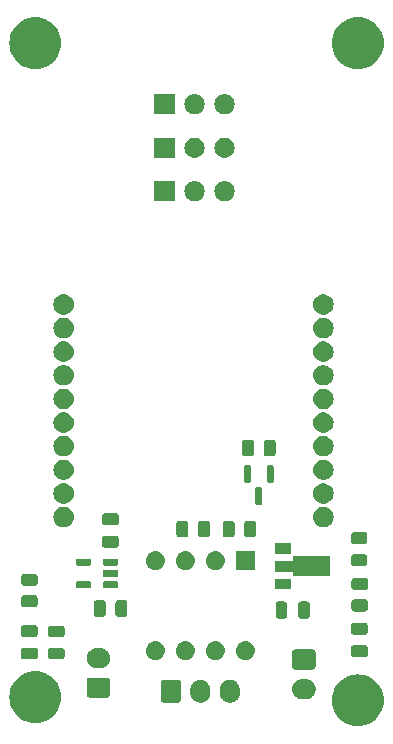
<source format=gbr>
%TF.GenerationSoftware,KiCad,Pcbnew,7.0.9*%
%TF.CreationDate,2023-12-30T17:24:47+01:00*%
%TF.ProjectId,rainguage,7261696e-6775-4616-9765-2e6b69636164,rev?*%
%TF.SameCoordinates,Original*%
%TF.FileFunction,Soldermask,Top*%
%TF.FilePolarity,Negative*%
%FSLAX46Y46*%
G04 Gerber Fmt 4.6, Leading zero omitted, Abs format (unit mm)*
G04 Created by KiCad (PCBNEW 7.0.9) date 2023-12-30 17:24:47*
%MOMM*%
%LPD*%
G01*
G04 APERTURE LIST*
G04 APERTURE END LIST*
G36*
X187231158Y-116330821D02*
G01*
X187513402Y-116386963D01*
X187785904Y-116479465D01*
X188044000Y-116606744D01*
X188283275Y-116766623D01*
X188499635Y-116956365D01*
X188689377Y-117172725D01*
X188849256Y-117412000D01*
X188976535Y-117670096D01*
X189069037Y-117942598D01*
X189125179Y-118224842D01*
X189144000Y-118512000D01*
X189125179Y-118799158D01*
X189069037Y-119081402D01*
X188976535Y-119353904D01*
X188849256Y-119612000D01*
X188689377Y-119851275D01*
X188499635Y-120067635D01*
X188283275Y-120257377D01*
X188044000Y-120417256D01*
X187785904Y-120544535D01*
X187513402Y-120637037D01*
X187231158Y-120693179D01*
X186944000Y-120712000D01*
X186656842Y-120693179D01*
X186374598Y-120637037D01*
X186102096Y-120544535D01*
X185844000Y-120417256D01*
X185604725Y-120257377D01*
X185388365Y-120067635D01*
X185198623Y-119851275D01*
X185038744Y-119612000D01*
X184911465Y-119353904D01*
X184818963Y-119081402D01*
X184762821Y-118799158D01*
X184744000Y-118512000D01*
X184762821Y-118224842D01*
X184818963Y-117942598D01*
X184911465Y-117670096D01*
X185038744Y-117412000D01*
X185198623Y-117172725D01*
X185388365Y-116956365D01*
X185604725Y-116766623D01*
X185844000Y-116606744D01*
X186102096Y-116479465D01*
X186374598Y-116386963D01*
X186656842Y-116330821D01*
X186944000Y-116312000D01*
X187231158Y-116330821D01*
G37*
G36*
X159926158Y-116055821D02*
G01*
X160208402Y-116111963D01*
X160480904Y-116204465D01*
X160739000Y-116331744D01*
X160978275Y-116491623D01*
X161194635Y-116681365D01*
X161384377Y-116897725D01*
X161544256Y-117137000D01*
X161671535Y-117395096D01*
X161764037Y-117667598D01*
X161820179Y-117949842D01*
X161839000Y-118237000D01*
X161820179Y-118524158D01*
X161764037Y-118806402D01*
X161671535Y-119078904D01*
X161544256Y-119337000D01*
X161384377Y-119576275D01*
X161194635Y-119792635D01*
X160978275Y-119982377D01*
X160739000Y-120142256D01*
X160480904Y-120269535D01*
X160208402Y-120362037D01*
X159926158Y-120418179D01*
X159639000Y-120437000D01*
X159351842Y-120418179D01*
X159069598Y-120362037D01*
X158797096Y-120269535D01*
X158539000Y-120142256D01*
X158299725Y-119982377D01*
X158083365Y-119792635D01*
X157893623Y-119576275D01*
X157733744Y-119337000D01*
X157606465Y-119078904D01*
X157513963Y-118806402D01*
X157457821Y-118524158D01*
X157439000Y-118237000D01*
X157457821Y-117949842D01*
X157513963Y-117667598D01*
X157606465Y-117395096D01*
X157733744Y-117137000D01*
X157893623Y-116897725D01*
X158083365Y-116681365D01*
X158299725Y-116491623D01*
X158539000Y-116331744D01*
X158797096Y-116204465D01*
X159069598Y-116111963D01*
X159351842Y-116055821D01*
X159639000Y-116037000D01*
X159926158Y-116055821D01*
G37*
G36*
X171713850Y-116763967D02*
G01*
X171764040Y-116769790D01*
X171781189Y-116777362D01*
X171804671Y-116782033D01*
X171829810Y-116798830D01*
X171849696Y-116807611D01*
X171863277Y-116821192D01*
X171885777Y-116836226D01*
X171900810Y-116858725D01*
X171914391Y-116872306D01*
X171923170Y-116892189D01*
X171939970Y-116917332D01*
X171944641Y-116940815D01*
X171952212Y-116957962D01*
X171958033Y-117008142D01*
X171959000Y-117013003D01*
X171959000Y-118463003D01*
X171958032Y-118467866D01*
X171952212Y-118518043D01*
X171944641Y-118535188D01*
X171939970Y-118558674D01*
X171923169Y-118583818D01*
X171914391Y-118603699D01*
X171900812Y-118617277D01*
X171885777Y-118639780D01*
X171863274Y-118654815D01*
X171849696Y-118668394D01*
X171829815Y-118677172D01*
X171804671Y-118693973D01*
X171781185Y-118698644D01*
X171764040Y-118706215D01*
X171713861Y-118712035D01*
X171709000Y-118713003D01*
X170509000Y-118713003D01*
X170504138Y-118712035D01*
X170453959Y-118706215D01*
X170436812Y-118698644D01*
X170413329Y-118693973D01*
X170388186Y-118677173D01*
X170368303Y-118668394D01*
X170354722Y-118654813D01*
X170332223Y-118639780D01*
X170317189Y-118617280D01*
X170303608Y-118603699D01*
X170294827Y-118583813D01*
X170278030Y-118558674D01*
X170273359Y-118535192D01*
X170265787Y-118518043D01*
X170259964Y-118467852D01*
X170259000Y-118463003D01*
X170259000Y-117013003D01*
X170259964Y-117008153D01*
X170265787Y-116957962D01*
X170273359Y-116940811D01*
X170278030Y-116917332D01*
X170294826Y-116892194D01*
X170303608Y-116872306D01*
X170317191Y-116858722D01*
X170332223Y-116836226D01*
X170354719Y-116821194D01*
X170368303Y-116807611D01*
X170388191Y-116798829D01*
X170413329Y-116782033D01*
X170436808Y-116777362D01*
X170453959Y-116769790D01*
X170504151Y-116763967D01*
X170509000Y-116763003D01*
X171709000Y-116763003D01*
X171713850Y-116763967D01*
G37*
G36*
X173677819Y-116767988D02*
G01*
X173697814Y-116767988D01*
X173765244Y-116782320D01*
X173836399Y-116793986D01*
X173855008Y-116801400D01*
X173871561Y-116804919D01*
X173937313Y-116834193D01*
X174007147Y-116862018D01*
X174021184Y-116871535D01*
X174033835Y-116877168D01*
X174094516Y-116921255D01*
X174159278Y-116965165D01*
X174168826Y-116975245D01*
X174177540Y-116981576D01*
X174229765Y-117039577D01*
X174285679Y-117098605D01*
X174291247Y-117107860D01*
X174296397Y-117113579D01*
X174336930Y-117183784D01*
X174380439Y-117256097D01*
X174382905Y-117263416D01*
X174385212Y-117267412D01*
X174411183Y-117347344D01*
X174439127Y-117430278D01*
X174439628Y-117434888D01*
X174440102Y-117436346D01*
X174449168Y-117522608D01*
X174459000Y-117613003D01*
X174459000Y-117863003D01*
X174454017Y-117954904D01*
X174444434Y-117998436D01*
X174440102Y-118039659D01*
X174425403Y-118084895D01*
X174414505Y-118134409D01*
X174397073Y-118172086D01*
X174385212Y-118208593D01*
X174359904Y-118252426D01*
X174337329Y-118301224D01*
X174314057Y-118331837D01*
X174296397Y-118362426D01*
X174260486Y-118402308D01*
X174226096Y-118447548D01*
X174199121Y-118470460D01*
X174177538Y-118494431D01*
X174131654Y-118527767D01*
X174086009Y-118566539D01*
X174057451Y-118581679D01*
X174033837Y-118598836D01*
X173979235Y-118623146D01*
X173923617Y-118652633D01*
X173895427Y-118660459D01*
X173871561Y-118671086D01*
X173810117Y-118684146D01*
X173746515Y-118701806D01*
X173720370Y-118703223D01*
X173697814Y-118708018D01*
X173631931Y-118708018D01*
X173562982Y-118711756D01*
X173540181Y-118708018D01*
X173520186Y-118708018D01*
X173452761Y-118693686D01*
X173381601Y-118682020D01*
X173362987Y-118674603D01*
X173346438Y-118671086D01*
X173280698Y-118641816D01*
X173210853Y-118613988D01*
X173196813Y-118604468D01*
X173184164Y-118598837D01*
X173123489Y-118554754D01*
X173058722Y-118510841D01*
X173049172Y-118500759D01*
X173040459Y-118494429D01*
X172988232Y-118436426D01*
X172932321Y-118377401D01*
X172926752Y-118368146D01*
X172921602Y-118362426D01*
X172881059Y-118292203D01*
X172837561Y-118219909D01*
X172835095Y-118212591D01*
X172832787Y-118208593D01*
X172806797Y-118128604D01*
X172778873Y-118045728D01*
X172778371Y-118041120D01*
X172777897Y-118039659D01*
X172768818Y-117953283D01*
X172759000Y-117863003D01*
X172759000Y-117613003D01*
X172763983Y-117521102D01*
X172773563Y-117477576D01*
X172777897Y-117436346D01*
X172792599Y-117391097D01*
X172803495Y-117341597D01*
X172820921Y-117303928D01*
X172832787Y-117267412D01*
X172858101Y-117223565D01*
X172880671Y-117174782D01*
X172903936Y-117144177D01*
X172921602Y-117113579D01*
X172957523Y-117073684D01*
X172991904Y-117028458D01*
X173018870Y-117005552D01*
X173040461Y-116981574D01*
X173086359Y-116948226D01*
X173131991Y-116909467D01*
X173160539Y-116894331D01*
X173184162Y-116877169D01*
X173238781Y-116852850D01*
X173294383Y-116823373D01*
X173322563Y-116815548D01*
X173346438Y-116804919D01*
X173407894Y-116791856D01*
X173471485Y-116774200D01*
X173497628Y-116772782D01*
X173520186Y-116767988D01*
X173586069Y-116767988D01*
X173655018Y-116764250D01*
X173677819Y-116767988D01*
G37*
G36*
X176177819Y-116767988D02*
G01*
X176197814Y-116767988D01*
X176265244Y-116782320D01*
X176336399Y-116793986D01*
X176355008Y-116801400D01*
X176371561Y-116804919D01*
X176437313Y-116834193D01*
X176507147Y-116862018D01*
X176521184Y-116871535D01*
X176533835Y-116877168D01*
X176594516Y-116921255D01*
X176659278Y-116965165D01*
X176668826Y-116975245D01*
X176677540Y-116981576D01*
X176729765Y-117039577D01*
X176785679Y-117098605D01*
X176791247Y-117107860D01*
X176796397Y-117113579D01*
X176836930Y-117183784D01*
X176880439Y-117256097D01*
X176882905Y-117263416D01*
X176885212Y-117267412D01*
X176911183Y-117347344D01*
X176939127Y-117430278D01*
X176939628Y-117434888D01*
X176940102Y-117436346D01*
X176949168Y-117522608D01*
X176959000Y-117613003D01*
X176959000Y-117863003D01*
X176954017Y-117954904D01*
X176944434Y-117998436D01*
X176940102Y-118039659D01*
X176925403Y-118084895D01*
X176914505Y-118134409D01*
X176897073Y-118172086D01*
X176885212Y-118208593D01*
X176859904Y-118252426D01*
X176837329Y-118301224D01*
X176814057Y-118331837D01*
X176796397Y-118362426D01*
X176760486Y-118402308D01*
X176726096Y-118447548D01*
X176699121Y-118470460D01*
X176677538Y-118494431D01*
X176631654Y-118527767D01*
X176586009Y-118566539D01*
X176557451Y-118581679D01*
X176533837Y-118598836D01*
X176479235Y-118623146D01*
X176423617Y-118652633D01*
X176395427Y-118660459D01*
X176371561Y-118671086D01*
X176310117Y-118684146D01*
X176246515Y-118701806D01*
X176220370Y-118703223D01*
X176197814Y-118708018D01*
X176131931Y-118708018D01*
X176062982Y-118711756D01*
X176040181Y-118708018D01*
X176020186Y-118708018D01*
X175952761Y-118693686D01*
X175881601Y-118682020D01*
X175862987Y-118674603D01*
X175846438Y-118671086D01*
X175780698Y-118641816D01*
X175710853Y-118613988D01*
X175696813Y-118604468D01*
X175684164Y-118598837D01*
X175623489Y-118554754D01*
X175558722Y-118510841D01*
X175549172Y-118500759D01*
X175540459Y-118494429D01*
X175488232Y-118436426D01*
X175432321Y-118377401D01*
X175426752Y-118368146D01*
X175421602Y-118362426D01*
X175381059Y-118292203D01*
X175337561Y-118219909D01*
X175335095Y-118212591D01*
X175332787Y-118208593D01*
X175306797Y-118128604D01*
X175278873Y-118045728D01*
X175278371Y-118041120D01*
X175277897Y-118039659D01*
X175268818Y-117953283D01*
X175259000Y-117863003D01*
X175259000Y-117613003D01*
X175263983Y-117521102D01*
X175273563Y-117477576D01*
X175277897Y-117436346D01*
X175292599Y-117391097D01*
X175303495Y-117341597D01*
X175320921Y-117303928D01*
X175332787Y-117267412D01*
X175358101Y-117223565D01*
X175380671Y-117174782D01*
X175403936Y-117144177D01*
X175421602Y-117113579D01*
X175457523Y-117073684D01*
X175491904Y-117028458D01*
X175518870Y-117005552D01*
X175540461Y-116981574D01*
X175586359Y-116948226D01*
X175631991Y-116909467D01*
X175660539Y-116894331D01*
X175684162Y-116877169D01*
X175738781Y-116852850D01*
X175794383Y-116823373D01*
X175822563Y-116815548D01*
X175846438Y-116804919D01*
X175907894Y-116791856D01*
X175971485Y-116774200D01*
X175997628Y-116772782D01*
X176020186Y-116767988D01*
X176086069Y-116767988D01*
X176155018Y-116764250D01*
X176177819Y-116767988D01*
G37*
G36*
X182613901Y-116716983D02*
G01*
X182657426Y-116726563D01*
X182698656Y-116730897D01*
X182743902Y-116745598D01*
X182793406Y-116756495D01*
X182831076Y-116773923D01*
X182867590Y-116785787D01*
X182911432Y-116811099D01*
X182960221Y-116833671D01*
X182990828Y-116856938D01*
X183021423Y-116874602D01*
X183061312Y-116910519D01*
X183106545Y-116944904D01*
X183129453Y-116971874D01*
X183153428Y-116993461D01*
X183186769Y-117039351D01*
X183225536Y-117084991D01*
X183240674Y-117113545D01*
X183257833Y-117137162D01*
X183282145Y-117191769D01*
X183311630Y-117247383D01*
X183319456Y-117275569D01*
X183330083Y-117299438D01*
X183343144Y-117360884D01*
X183360803Y-117424485D01*
X183362220Y-117450629D01*
X183367015Y-117473186D01*
X183367015Y-117539068D01*
X183370753Y-117608018D01*
X183367015Y-117630818D01*
X183367015Y-117650813D01*
X183352683Y-117718233D01*
X183341017Y-117789399D01*
X183333600Y-117808013D01*
X183330083Y-117824561D01*
X183300817Y-117890292D01*
X183272985Y-117960147D01*
X183263464Y-117974188D01*
X183257834Y-117986835D01*
X183213761Y-118047495D01*
X183169838Y-118112278D01*
X183159754Y-118121829D01*
X183153426Y-118130540D01*
X183095444Y-118182746D01*
X183036398Y-118238679D01*
X183027139Y-118244249D01*
X183021423Y-118249397D01*
X182951241Y-118289915D01*
X182878906Y-118333439D01*
X182871584Y-118335906D01*
X182867590Y-118338212D01*
X182787685Y-118364174D01*
X182704725Y-118392127D01*
X182700112Y-118392628D01*
X182698656Y-118393102D01*
X182612423Y-118402165D01*
X182522000Y-118412000D01*
X182518858Y-118412000D01*
X182225142Y-118412000D01*
X182222000Y-118412000D01*
X182130099Y-118407017D01*
X182086567Y-118397434D01*
X182045343Y-118393102D01*
X182000104Y-118378402D01*
X181950594Y-118367505D01*
X181912918Y-118350074D01*
X181876409Y-118338212D01*
X181832571Y-118312902D01*
X181783779Y-118290329D01*
X181753168Y-118267059D01*
X181722576Y-118249397D01*
X181682688Y-118213481D01*
X181637455Y-118179096D01*
X181614545Y-118152125D01*
X181590571Y-118130538D01*
X181557228Y-118084646D01*
X181518464Y-118039009D01*
X181503326Y-118010456D01*
X181486166Y-117986837D01*
X181461850Y-117932224D01*
X181432370Y-117876617D01*
X181424544Y-117848433D01*
X181413916Y-117824561D01*
X181400853Y-117763108D01*
X181383197Y-117699515D01*
X181381779Y-117673369D01*
X181376985Y-117650813D01*
X181376985Y-117584931D01*
X181373247Y-117515982D01*
X181376985Y-117493181D01*
X181376985Y-117473186D01*
X181391318Y-117405753D01*
X181402983Y-117334601D01*
X181410397Y-117315992D01*
X181413916Y-117299438D01*
X181443194Y-117233677D01*
X181471015Y-117163853D01*
X181480531Y-117149817D01*
X181486165Y-117137164D01*
X181530262Y-117076468D01*
X181574162Y-117011722D01*
X181584239Y-117002175D01*
X181590573Y-116993459D01*
X181648595Y-116941214D01*
X181707602Y-116885321D01*
X181716853Y-116879754D01*
X181722576Y-116874602D01*
X181792822Y-116834045D01*
X181865094Y-116790561D01*
X181872409Y-116788096D01*
X181876409Y-116785787D01*
X181956425Y-116759788D01*
X182039275Y-116731873D01*
X182043880Y-116731372D01*
X182045343Y-116730897D01*
X182131733Y-116721817D01*
X182222000Y-116712000D01*
X182522000Y-116712000D01*
X182613901Y-116716983D01*
G37*
G36*
X165727850Y-116585964D02*
G01*
X165778040Y-116591787D01*
X165795189Y-116599359D01*
X165818671Y-116604030D01*
X165843810Y-116620827D01*
X165863696Y-116629608D01*
X165877277Y-116643189D01*
X165899777Y-116658223D01*
X165914810Y-116680722D01*
X165928391Y-116694303D01*
X165937170Y-116714186D01*
X165953970Y-116739329D01*
X165958641Y-116762812D01*
X165966212Y-116779959D01*
X165972033Y-116830139D01*
X165973000Y-116835000D01*
X165973000Y-118035000D01*
X165972032Y-118039863D01*
X165966212Y-118090040D01*
X165958641Y-118107185D01*
X165953970Y-118130671D01*
X165937169Y-118155815D01*
X165928391Y-118175696D01*
X165914812Y-118189274D01*
X165899777Y-118211777D01*
X165877274Y-118226812D01*
X165863696Y-118240391D01*
X165843815Y-118249169D01*
X165818671Y-118265970D01*
X165795185Y-118270641D01*
X165778040Y-118278212D01*
X165727861Y-118284032D01*
X165723000Y-118285000D01*
X164223000Y-118285000D01*
X164218138Y-118284032D01*
X164167959Y-118278212D01*
X164150812Y-118270641D01*
X164127329Y-118265970D01*
X164102186Y-118249170D01*
X164082303Y-118240391D01*
X164068722Y-118226810D01*
X164046223Y-118211777D01*
X164031189Y-118189277D01*
X164017608Y-118175696D01*
X164008827Y-118155810D01*
X163992030Y-118130671D01*
X163987359Y-118107189D01*
X163979787Y-118090040D01*
X163973964Y-118039849D01*
X163973000Y-118035000D01*
X163973000Y-116835000D01*
X163973964Y-116830150D01*
X163979787Y-116779959D01*
X163987359Y-116762808D01*
X163992030Y-116739329D01*
X164008826Y-116714191D01*
X164017608Y-116694303D01*
X164031191Y-116680719D01*
X164046223Y-116658223D01*
X164068719Y-116643191D01*
X164082303Y-116629608D01*
X164102191Y-116620826D01*
X164127329Y-116604030D01*
X164150808Y-116599359D01*
X164167959Y-116591787D01*
X164218151Y-116585964D01*
X164223000Y-116585000D01*
X165723000Y-116585000D01*
X165727850Y-116585964D01*
G37*
G36*
X183126850Y-114212964D02*
G01*
X183177040Y-114218787D01*
X183194189Y-114226359D01*
X183217671Y-114231030D01*
X183242810Y-114247827D01*
X183262696Y-114256608D01*
X183276277Y-114270189D01*
X183298777Y-114285223D01*
X183313810Y-114307722D01*
X183327391Y-114321303D01*
X183336170Y-114341186D01*
X183352970Y-114366329D01*
X183357641Y-114389812D01*
X183365212Y-114406959D01*
X183371033Y-114457139D01*
X183372000Y-114462000D01*
X183372000Y-115662000D01*
X183371032Y-115666863D01*
X183365212Y-115717040D01*
X183357641Y-115734185D01*
X183352970Y-115757671D01*
X183336169Y-115782815D01*
X183327391Y-115802696D01*
X183313812Y-115816274D01*
X183298777Y-115838777D01*
X183276274Y-115853812D01*
X183262696Y-115867391D01*
X183242815Y-115876169D01*
X183217671Y-115892970D01*
X183194185Y-115897641D01*
X183177040Y-115905212D01*
X183126861Y-115911032D01*
X183122000Y-115912000D01*
X181622000Y-115912000D01*
X181617138Y-115911032D01*
X181566959Y-115905212D01*
X181549812Y-115897641D01*
X181526329Y-115892970D01*
X181501186Y-115876170D01*
X181481303Y-115867391D01*
X181467722Y-115853810D01*
X181445223Y-115838777D01*
X181430189Y-115816277D01*
X181416608Y-115802696D01*
X181407827Y-115782810D01*
X181391030Y-115757671D01*
X181386359Y-115734189D01*
X181378787Y-115717040D01*
X181372964Y-115666849D01*
X181372000Y-115662000D01*
X181372000Y-114462000D01*
X181372964Y-114457150D01*
X181378787Y-114406959D01*
X181386359Y-114389808D01*
X181391030Y-114366329D01*
X181407826Y-114341191D01*
X181416608Y-114321303D01*
X181430191Y-114307719D01*
X181445223Y-114285223D01*
X181467719Y-114270191D01*
X181481303Y-114256608D01*
X181501191Y-114247826D01*
X181526329Y-114231030D01*
X181549808Y-114226359D01*
X181566959Y-114218787D01*
X181617151Y-114212964D01*
X181622000Y-114212000D01*
X183122000Y-114212000D01*
X183126850Y-114212964D01*
G37*
G36*
X165214901Y-114089983D02*
G01*
X165258426Y-114099563D01*
X165299656Y-114103897D01*
X165344902Y-114118598D01*
X165394406Y-114129495D01*
X165432076Y-114146923D01*
X165468590Y-114158787D01*
X165512432Y-114184099D01*
X165561221Y-114206671D01*
X165591828Y-114229938D01*
X165622423Y-114247602D01*
X165662312Y-114283519D01*
X165707545Y-114317904D01*
X165730453Y-114344874D01*
X165754428Y-114366461D01*
X165787769Y-114412351D01*
X165826536Y-114457991D01*
X165841674Y-114486545D01*
X165858833Y-114510162D01*
X165883145Y-114564769D01*
X165912630Y-114620383D01*
X165920456Y-114648569D01*
X165931083Y-114672438D01*
X165944144Y-114733884D01*
X165961803Y-114797485D01*
X165963220Y-114823629D01*
X165968015Y-114846186D01*
X165968015Y-114912068D01*
X165971753Y-114981018D01*
X165968015Y-115003818D01*
X165968015Y-115023813D01*
X165953683Y-115091233D01*
X165942017Y-115162399D01*
X165934600Y-115181013D01*
X165931083Y-115197561D01*
X165901817Y-115263292D01*
X165873985Y-115333147D01*
X165864464Y-115347188D01*
X165858834Y-115359835D01*
X165814761Y-115420495D01*
X165770838Y-115485278D01*
X165760754Y-115494829D01*
X165754426Y-115503540D01*
X165696444Y-115555746D01*
X165637398Y-115611679D01*
X165628139Y-115617249D01*
X165622423Y-115622397D01*
X165552241Y-115662915D01*
X165479906Y-115706439D01*
X165472584Y-115708906D01*
X165468590Y-115711212D01*
X165388685Y-115737174D01*
X165305725Y-115765127D01*
X165301112Y-115765628D01*
X165299656Y-115766102D01*
X165213423Y-115775165D01*
X165123000Y-115785000D01*
X165119858Y-115785000D01*
X164826142Y-115785000D01*
X164823000Y-115785000D01*
X164731099Y-115780017D01*
X164687567Y-115770434D01*
X164646343Y-115766102D01*
X164601104Y-115751402D01*
X164551594Y-115740505D01*
X164513918Y-115723074D01*
X164477409Y-115711212D01*
X164433571Y-115685902D01*
X164384779Y-115663329D01*
X164354168Y-115640059D01*
X164323576Y-115622397D01*
X164283688Y-115586481D01*
X164238455Y-115552096D01*
X164215545Y-115525125D01*
X164191571Y-115503538D01*
X164158228Y-115457646D01*
X164119464Y-115412009D01*
X164104326Y-115383456D01*
X164087166Y-115359837D01*
X164062850Y-115305224D01*
X164033370Y-115249617D01*
X164025544Y-115221433D01*
X164014916Y-115197561D01*
X164001853Y-115136108D01*
X163984197Y-115072515D01*
X163982779Y-115046369D01*
X163977985Y-115023813D01*
X163977985Y-114957931D01*
X163974247Y-114888982D01*
X163977985Y-114866181D01*
X163977985Y-114846186D01*
X163992318Y-114778753D01*
X164003983Y-114707601D01*
X164011397Y-114688992D01*
X164014916Y-114672438D01*
X164044194Y-114606677D01*
X164072015Y-114536853D01*
X164081531Y-114522817D01*
X164087165Y-114510164D01*
X164131262Y-114449468D01*
X164175162Y-114384722D01*
X164185239Y-114375175D01*
X164191573Y-114366459D01*
X164249595Y-114314214D01*
X164308602Y-114258321D01*
X164317853Y-114252754D01*
X164323576Y-114247602D01*
X164393822Y-114207045D01*
X164466094Y-114163561D01*
X164473409Y-114161096D01*
X164477409Y-114158787D01*
X164557425Y-114132788D01*
X164640275Y-114104873D01*
X164644880Y-114104372D01*
X164646343Y-114103897D01*
X164732733Y-114094817D01*
X164823000Y-114085000D01*
X165123000Y-114085000D01*
X165214901Y-114089983D01*
G37*
G36*
X169840811Y-113504711D02*
G01*
X169882588Y-113504711D01*
X169929718Y-113514728D01*
X169977017Y-113520058D01*
X170011408Y-113532092D01*
X170046110Y-113539468D01*
X170096117Y-113561733D01*
X170146107Y-113579225D01*
X170172128Y-113595575D01*
X170198835Y-113607466D01*
X170248633Y-113643646D01*
X170297792Y-113674535D01*
X170315444Y-113692187D01*
X170334084Y-113705730D01*
X170380165Y-113756908D01*
X170424465Y-113801208D01*
X170434654Y-113817424D01*
X170445946Y-113829965D01*
X170484573Y-113896870D01*
X170519775Y-113952893D01*
X170524170Y-113965453D01*
X170529535Y-113974746D01*
X170557010Y-114059305D01*
X170578942Y-114121983D01*
X170579773Y-114129363D01*
X170581195Y-114133738D01*
X170594076Y-114256306D01*
X170599000Y-114300000D01*
X170594076Y-114343697D01*
X170581195Y-114466261D01*
X170579773Y-114470635D01*
X170578942Y-114478017D01*
X170557005Y-114540707D01*
X170529535Y-114625253D01*
X170524171Y-114634543D01*
X170519775Y-114647107D01*
X170484566Y-114703140D01*
X170445946Y-114770034D01*
X170434656Y-114782572D01*
X170424465Y-114798792D01*
X170380155Y-114843101D01*
X170334084Y-114894269D01*
X170315448Y-114907808D01*
X170297792Y-114925465D01*
X170248623Y-114956359D01*
X170198835Y-114992533D01*
X170172134Y-115004421D01*
X170146107Y-115020775D01*
X170096107Y-115038270D01*
X170046110Y-115060531D01*
X170011414Y-115067905D01*
X169977017Y-115079942D01*
X169929715Y-115085271D01*
X169882588Y-115095289D01*
X169840811Y-115095289D01*
X169799000Y-115100000D01*
X169757189Y-115095289D01*
X169715412Y-115095289D01*
X169668284Y-115085271D01*
X169620983Y-115079942D01*
X169586586Y-115067906D01*
X169551889Y-115060531D01*
X169501887Y-115038268D01*
X169451893Y-115020775D01*
X169425868Y-115004422D01*
X169399164Y-114992533D01*
X169349369Y-114956355D01*
X169300208Y-114925465D01*
X169282554Y-114907811D01*
X169263915Y-114894269D01*
X169217833Y-114843090D01*
X169173535Y-114798792D01*
X169163345Y-114782575D01*
X169152053Y-114770034D01*
X169113420Y-114703120D01*
X169078225Y-114647107D01*
X169073830Y-114634547D01*
X169068464Y-114625253D01*
X169040980Y-114540667D01*
X169019058Y-114478017D01*
X169018226Y-114470639D01*
X169016804Y-114466261D01*
X169003908Y-114343565D01*
X168999000Y-114300000D01*
X169003908Y-114256438D01*
X169016804Y-114133738D01*
X169018226Y-114129358D01*
X169019058Y-114121983D01*
X169040975Y-114059345D01*
X169068464Y-113974746D01*
X169073831Y-113965449D01*
X169078225Y-113952893D01*
X169113413Y-113896890D01*
X169152053Y-113829965D01*
X169163347Y-113817421D01*
X169173535Y-113801208D01*
X169217826Y-113756916D01*
X169263917Y-113705728D01*
X169282559Y-113692183D01*
X169300208Y-113674535D01*
X169349354Y-113643654D01*
X169399162Y-113607467D01*
X169425873Y-113595574D01*
X169451893Y-113579225D01*
X169501877Y-113561734D01*
X169551889Y-113539468D01*
X169586592Y-113532091D01*
X169620983Y-113520058D01*
X169668281Y-113514728D01*
X169715412Y-113504711D01*
X169757189Y-113504711D01*
X169799000Y-113500000D01*
X169840811Y-113504711D01*
G37*
G36*
X172380811Y-113504711D02*
G01*
X172422588Y-113504711D01*
X172469718Y-113514728D01*
X172517017Y-113520058D01*
X172551408Y-113532092D01*
X172586110Y-113539468D01*
X172636117Y-113561733D01*
X172686107Y-113579225D01*
X172712128Y-113595575D01*
X172738835Y-113607466D01*
X172788633Y-113643646D01*
X172837792Y-113674535D01*
X172855444Y-113692187D01*
X172874084Y-113705730D01*
X172920165Y-113756908D01*
X172964465Y-113801208D01*
X172974654Y-113817424D01*
X172985946Y-113829965D01*
X173024573Y-113896870D01*
X173059775Y-113952893D01*
X173064170Y-113965453D01*
X173069535Y-113974746D01*
X173097010Y-114059305D01*
X173118942Y-114121983D01*
X173119773Y-114129363D01*
X173121195Y-114133738D01*
X173134076Y-114256306D01*
X173139000Y-114300000D01*
X173134076Y-114343697D01*
X173121195Y-114466261D01*
X173119773Y-114470635D01*
X173118942Y-114478017D01*
X173097005Y-114540707D01*
X173069535Y-114625253D01*
X173064171Y-114634543D01*
X173059775Y-114647107D01*
X173024566Y-114703140D01*
X172985946Y-114770034D01*
X172974656Y-114782572D01*
X172964465Y-114798792D01*
X172920155Y-114843101D01*
X172874084Y-114894269D01*
X172855448Y-114907808D01*
X172837792Y-114925465D01*
X172788623Y-114956359D01*
X172738835Y-114992533D01*
X172712134Y-115004421D01*
X172686107Y-115020775D01*
X172636107Y-115038270D01*
X172586110Y-115060531D01*
X172551414Y-115067905D01*
X172517017Y-115079942D01*
X172469715Y-115085271D01*
X172422588Y-115095289D01*
X172380811Y-115095289D01*
X172339000Y-115100000D01*
X172297189Y-115095289D01*
X172255412Y-115095289D01*
X172208284Y-115085271D01*
X172160983Y-115079942D01*
X172126586Y-115067906D01*
X172091889Y-115060531D01*
X172041887Y-115038268D01*
X171991893Y-115020775D01*
X171965868Y-115004422D01*
X171939164Y-114992533D01*
X171889369Y-114956355D01*
X171840208Y-114925465D01*
X171822554Y-114907811D01*
X171803915Y-114894269D01*
X171757833Y-114843090D01*
X171713535Y-114798792D01*
X171703345Y-114782575D01*
X171692053Y-114770034D01*
X171653420Y-114703120D01*
X171618225Y-114647107D01*
X171613830Y-114634547D01*
X171608464Y-114625253D01*
X171580980Y-114540667D01*
X171559058Y-114478017D01*
X171558226Y-114470639D01*
X171556804Y-114466261D01*
X171543908Y-114343565D01*
X171539000Y-114300000D01*
X171543908Y-114256438D01*
X171556804Y-114133738D01*
X171558226Y-114129358D01*
X171559058Y-114121983D01*
X171580975Y-114059345D01*
X171608464Y-113974746D01*
X171613831Y-113965449D01*
X171618225Y-113952893D01*
X171653413Y-113896890D01*
X171692053Y-113829965D01*
X171703347Y-113817421D01*
X171713535Y-113801208D01*
X171757826Y-113756916D01*
X171803917Y-113705728D01*
X171822559Y-113692183D01*
X171840208Y-113674535D01*
X171889354Y-113643654D01*
X171939162Y-113607467D01*
X171965873Y-113595574D01*
X171991893Y-113579225D01*
X172041877Y-113561734D01*
X172091889Y-113539468D01*
X172126592Y-113532091D01*
X172160983Y-113520058D01*
X172208281Y-113514728D01*
X172255412Y-113504711D01*
X172297189Y-113504711D01*
X172339000Y-113500000D01*
X172380811Y-113504711D01*
G37*
G36*
X174920811Y-113504711D02*
G01*
X174962588Y-113504711D01*
X175009718Y-113514728D01*
X175057017Y-113520058D01*
X175091408Y-113532092D01*
X175126110Y-113539468D01*
X175176117Y-113561733D01*
X175226107Y-113579225D01*
X175252128Y-113595575D01*
X175278835Y-113607466D01*
X175328633Y-113643646D01*
X175377792Y-113674535D01*
X175395444Y-113692187D01*
X175414084Y-113705730D01*
X175460165Y-113756908D01*
X175504465Y-113801208D01*
X175514654Y-113817424D01*
X175525946Y-113829965D01*
X175564573Y-113896870D01*
X175599775Y-113952893D01*
X175604170Y-113965453D01*
X175609535Y-113974746D01*
X175637010Y-114059305D01*
X175658942Y-114121983D01*
X175659773Y-114129363D01*
X175661195Y-114133738D01*
X175674076Y-114256306D01*
X175679000Y-114300000D01*
X175674076Y-114343697D01*
X175661195Y-114466261D01*
X175659773Y-114470635D01*
X175658942Y-114478017D01*
X175637005Y-114540707D01*
X175609535Y-114625253D01*
X175604171Y-114634543D01*
X175599775Y-114647107D01*
X175564566Y-114703140D01*
X175525946Y-114770034D01*
X175514656Y-114782572D01*
X175504465Y-114798792D01*
X175460155Y-114843101D01*
X175414084Y-114894269D01*
X175395448Y-114907808D01*
X175377792Y-114925465D01*
X175328623Y-114956359D01*
X175278835Y-114992533D01*
X175252134Y-115004421D01*
X175226107Y-115020775D01*
X175176107Y-115038270D01*
X175126110Y-115060531D01*
X175091414Y-115067905D01*
X175057017Y-115079942D01*
X175009715Y-115085271D01*
X174962588Y-115095289D01*
X174920811Y-115095289D01*
X174879000Y-115100000D01*
X174837189Y-115095289D01*
X174795412Y-115095289D01*
X174748284Y-115085271D01*
X174700983Y-115079942D01*
X174666586Y-115067906D01*
X174631889Y-115060531D01*
X174581887Y-115038268D01*
X174531893Y-115020775D01*
X174505868Y-115004422D01*
X174479164Y-114992533D01*
X174429369Y-114956355D01*
X174380208Y-114925465D01*
X174362554Y-114907811D01*
X174343915Y-114894269D01*
X174297833Y-114843090D01*
X174253535Y-114798792D01*
X174243345Y-114782575D01*
X174232053Y-114770034D01*
X174193420Y-114703120D01*
X174158225Y-114647107D01*
X174153830Y-114634547D01*
X174148464Y-114625253D01*
X174120980Y-114540667D01*
X174099058Y-114478017D01*
X174098226Y-114470639D01*
X174096804Y-114466261D01*
X174083908Y-114343565D01*
X174079000Y-114300000D01*
X174083908Y-114256438D01*
X174096804Y-114133738D01*
X174098226Y-114129358D01*
X174099058Y-114121983D01*
X174120975Y-114059345D01*
X174148464Y-113974746D01*
X174153831Y-113965449D01*
X174158225Y-113952893D01*
X174193413Y-113896890D01*
X174232053Y-113829965D01*
X174243347Y-113817421D01*
X174253535Y-113801208D01*
X174297826Y-113756916D01*
X174343917Y-113705728D01*
X174362559Y-113692183D01*
X174380208Y-113674535D01*
X174429354Y-113643654D01*
X174479162Y-113607467D01*
X174505873Y-113595574D01*
X174531893Y-113579225D01*
X174581877Y-113561734D01*
X174631889Y-113539468D01*
X174666592Y-113532091D01*
X174700983Y-113520058D01*
X174748281Y-113514728D01*
X174795412Y-113504711D01*
X174837189Y-113504711D01*
X174879000Y-113500000D01*
X174920811Y-113504711D01*
G37*
G36*
X177460811Y-113504711D02*
G01*
X177502588Y-113504711D01*
X177549718Y-113514728D01*
X177597017Y-113520058D01*
X177631408Y-113532092D01*
X177666110Y-113539468D01*
X177716117Y-113561733D01*
X177766107Y-113579225D01*
X177792128Y-113595575D01*
X177818835Y-113607466D01*
X177868633Y-113643646D01*
X177917792Y-113674535D01*
X177935444Y-113692187D01*
X177954084Y-113705730D01*
X178000165Y-113756908D01*
X178044465Y-113801208D01*
X178054654Y-113817424D01*
X178065946Y-113829965D01*
X178104573Y-113896870D01*
X178139775Y-113952893D01*
X178144170Y-113965453D01*
X178149535Y-113974746D01*
X178177010Y-114059305D01*
X178198942Y-114121983D01*
X178199773Y-114129363D01*
X178201195Y-114133738D01*
X178214076Y-114256306D01*
X178219000Y-114300000D01*
X178214076Y-114343697D01*
X178201195Y-114466261D01*
X178199773Y-114470635D01*
X178198942Y-114478017D01*
X178177005Y-114540707D01*
X178149535Y-114625253D01*
X178144171Y-114634543D01*
X178139775Y-114647107D01*
X178104566Y-114703140D01*
X178065946Y-114770034D01*
X178054656Y-114782572D01*
X178044465Y-114798792D01*
X178000155Y-114843101D01*
X177954084Y-114894269D01*
X177935448Y-114907808D01*
X177917792Y-114925465D01*
X177868623Y-114956359D01*
X177818835Y-114992533D01*
X177792134Y-115004421D01*
X177766107Y-115020775D01*
X177716107Y-115038270D01*
X177666110Y-115060531D01*
X177631414Y-115067905D01*
X177597017Y-115079942D01*
X177549715Y-115085271D01*
X177502588Y-115095289D01*
X177460811Y-115095289D01*
X177419000Y-115100000D01*
X177377189Y-115095289D01*
X177335412Y-115095289D01*
X177288284Y-115085271D01*
X177240983Y-115079942D01*
X177206586Y-115067906D01*
X177171889Y-115060531D01*
X177121887Y-115038268D01*
X177071893Y-115020775D01*
X177045868Y-115004422D01*
X177019164Y-114992533D01*
X176969369Y-114956355D01*
X176920208Y-114925465D01*
X176902554Y-114907811D01*
X176883915Y-114894269D01*
X176837833Y-114843090D01*
X176793535Y-114798792D01*
X176783345Y-114782575D01*
X176772053Y-114770034D01*
X176733420Y-114703120D01*
X176698225Y-114647107D01*
X176693830Y-114634547D01*
X176688464Y-114625253D01*
X176660980Y-114540667D01*
X176639058Y-114478017D01*
X176638226Y-114470639D01*
X176636804Y-114466261D01*
X176623908Y-114343565D01*
X176619000Y-114300000D01*
X176623908Y-114256438D01*
X176636804Y-114133738D01*
X176638226Y-114129358D01*
X176639058Y-114121983D01*
X176660975Y-114059345D01*
X176688464Y-113974746D01*
X176693831Y-113965449D01*
X176698225Y-113952893D01*
X176733413Y-113896890D01*
X176772053Y-113829965D01*
X176783347Y-113817421D01*
X176793535Y-113801208D01*
X176837826Y-113756916D01*
X176883917Y-113705728D01*
X176902559Y-113692183D01*
X176920208Y-113674535D01*
X176969354Y-113643654D01*
X177019162Y-113607467D01*
X177045873Y-113595574D01*
X177071893Y-113579225D01*
X177121877Y-113561734D01*
X177171889Y-113539468D01*
X177206592Y-113532091D01*
X177240983Y-113520058D01*
X177288281Y-113514728D01*
X177335412Y-113504711D01*
X177377189Y-113504711D01*
X177419000Y-113500000D01*
X177460811Y-113504711D01*
G37*
G36*
X159610850Y-114054964D02*
G01*
X159661040Y-114060787D01*
X159678189Y-114068359D01*
X159701671Y-114073030D01*
X159726810Y-114089827D01*
X159746696Y-114098608D01*
X159760277Y-114112189D01*
X159782777Y-114127223D01*
X159797810Y-114149722D01*
X159811391Y-114163303D01*
X159820170Y-114183186D01*
X159836970Y-114208329D01*
X159841641Y-114231812D01*
X159849212Y-114248959D01*
X159855033Y-114299139D01*
X159856000Y-114304000D01*
X159856000Y-114804000D01*
X159855032Y-114808863D01*
X159849212Y-114859040D01*
X159841641Y-114876185D01*
X159836970Y-114899671D01*
X159820169Y-114924815D01*
X159811391Y-114944696D01*
X159797812Y-114958274D01*
X159782777Y-114980777D01*
X159760274Y-114995812D01*
X159746696Y-115009391D01*
X159726815Y-115018169D01*
X159701671Y-115034970D01*
X159678185Y-115039641D01*
X159661040Y-115047212D01*
X159610861Y-115053032D01*
X159606000Y-115054000D01*
X158656000Y-115054000D01*
X158651138Y-115053032D01*
X158600959Y-115047212D01*
X158583812Y-115039641D01*
X158560329Y-115034970D01*
X158535186Y-115018170D01*
X158515303Y-115009391D01*
X158501722Y-114995810D01*
X158479223Y-114980777D01*
X158464189Y-114958277D01*
X158450608Y-114944696D01*
X158441827Y-114924810D01*
X158425030Y-114899671D01*
X158420359Y-114876189D01*
X158412787Y-114859040D01*
X158406964Y-114808849D01*
X158406000Y-114804000D01*
X158406000Y-114304000D01*
X158406964Y-114299150D01*
X158412787Y-114248959D01*
X158420359Y-114231808D01*
X158425030Y-114208329D01*
X158441826Y-114183191D01*
X158450608Y-114163303D01*
X158464191Y-114149719D01*
X158479223Y-114127223D01*
X158501719Y-114112191D01*
X158515303Y-114098608D01*
X158535191Y-114089826D01*
X158560329Y-114073030D01*
X158583808Y-114068359D01*
X158600959Y-114060787D01*
X158651151Y-114054964D01*
X158656000Y-114054000D01*
X159606000Y-114054000D01*
X159610850Y-114054964D01*
G37*
G36*
X161878100Y-114074964D02*
G01*
X161926860Y-114080621D01*
X161943520Y-114087977D01*
X161966529Y-114092554D01*
X161991161Y-114109013D01*
X162010414Y-114117514D01*
X162023564Y-114130664D01*
X162045607Y-114145393D01*
X162060335Y-114167435D01*
X162073485Y-114180585D01*
X162081985Y-114199836D01*
X162098446Y-114224471D01*
X162103023Y-114247481D01*
X162110378Y-114264139D01*
X162116033Y-114312889D01*
X162117000Y-114317750D01*
X162117000Y-114805250D01*
X162116032Y-114810112D01*
X162110378Y-114858860D01*
X162103023Y-114875516D01*
X162098446Y-114898529D01*
X162081983Y-114923165D01*
X162073485Y-114942414D01*
X162060337Y-114955561D01*
X162045607Y-114977607D01*
X162023561Y-114992337D01*
X162010414Y-115005485D01*
X161991165Y-115013983D01*
X161966529Y-115030446D01*
X161943516Y-115035023D01*
X161926860Y-115042378D01*
X161878111Y-115048032D01*
X161873250Y-115049000D01*
X160960750Y-115049000D01*
X160955888Y-115048032D01*
X160907139Y-115042378D01*
X160890481Y-115035023D01*
X160867471Y-115030446D01*
X160842836Y-115013985D01*
X160823585Y-115005485D01*
X160810435Y-114992335D01*
X160788393Y-114977607D01*
X160773664Y-114955564D01*
X160760514Y-114942414D01*
X160752013Y-114923161D01*
X160735554Y-114898529D01*
X160730977Y-114875520D01*
X160723621Y-114858860D01*
X160717964Y-114810099D01*
X160717000Y-114805250D01*
X160717000Y-114317750D01*
X160717964Y-114312900D01*
X160723621Y-114264139D01*
X160730977Y-114247477D01*
X160735554Y-114224471D01*
X160752011Y-114199840D01*
X160760514Y-114180585D01*
X160773666Y-114167432D01*
X160788393Y-114145393D01*
X160810432Y-114130666D01*
X160823585Y-114117514D01*
X160842840Y-114109011D01*
X160867471Y-114092554D01*
X160890477Y-114087977D01*
X160907139Y-114080621D01*
X160955901Y-114074964D01*
X160960750Y-114074000D01*
X161873250Y-114074000D01*
X161878100Y-114074964D01*
G37*
G36*
X187550850Y-113861964D02*
G01*
X187601040Y-113867787D01*
X187618189Y-113875359D01*
X187641671Y-113880030D01*
X187666810Y-113896827D01*
X187686696Y-113905608D01*
X187700277Y-113919189D01*
X187722777Y-113934223D01*
X187737810Y-113956722D01*
X187751391Y-113970303D01*
X187760170Y-113990186D01*
X187776970Y-114015329D01*
X187781641Y-114038812D01*
X187789212Y-114055959D01*
X187795033Y-114106139D01*
X187796000Y-114111000D01*
X187796000Y-114611000D01*
X187795032Y-114615863D01*
X187789212Y-114666040D01*
X187781641Y-114683185D01*
X187776970Y-114706671D01*
X187760169Y-114731815D01*
X187751391Y-114751696D01*
X187737812Y-114765274D01*
X187722777Y-114787777D01*
X187700274Y-114802812D01*
X187686696Y-114816391D01*
X187666815Y-114825169D01*
X187641671Y-114841970D01*
X187618185Y-114846641D01*
X187601040Y-114854212D01*
X187550861Y-114860032D01*
X187546000Y-114861000D01*
X186596000Y-114861000D01*
X186591138Y-114860032D01*
X186540959Y-114854212D01*
X186523812Y-114846641D01*
X186500329Y-114841970D01*
X186475186Y-114825170D01*
X186455303Y-114816391D01*
X186441722Y-114802810D01*
X186419223Y-114787777D01*
X186404189Y-114765277D01*
X186390608Y-114751696D01*
X186381827Y-114731810D01*
X186365030Y-114706671D01*
X186360359Y-114683189D01*
X186352787Y-114666040D01*
X186346964Y-114615849D01*
X186346000Y-114611000D01*
X186346000Y-114111000D01*
X186346964Y-114106150D01*
X186352787Y-114055959D01*
X186360359Y-114038808D01*
X186365030Y-114015329D01*
X186381826Y-113990191D01*
X186390608Y-113970303D01*
X186404191Y-113956719D01*
X186419223Y-113934223D01*
X186441719Y-113919191D01*
X186455303Y-113905608D01*
X186475191Y-113896826D01*
X186500329Y-113880030D01*
X186523808Y-113875359D01*
X186540959Y-113867787D01*
X186591151Y-113861964D01*
X186596000Y-113861000D01*
X187546000Y-113861000D01*
X187550850Y-113861964D01*
G37*
G36*
X161878100Y-112199964D02*
G01*
X161926860Y-112205621D01*
X161943520Y-112212977D01*
X161966529Y-112217554D01*
X161991161Y-112234013D01*
X162010414Y-112242514D01*
X162023564Y-112255664D01*
X162045607Y-112270393D01*
X162060335Y-112292435D01*
X162073485Y-112305585D01*
X162081985Y-112324836D01*
X162098446Y-112349471D01*
X162103023Y-112372481D01*
X162110378Y-112389139D01*
X162116033Y-112437889D01*
X162117000Y-112442750D01*
X162117000Y-112930250D01*
X162116032Y-112935112D01*
X162110378Y-112983860D01*
X162103023Y-113000516D01*
X162098446Y-113023529D01*
X162081983Y-113048165D01*
X162073485Y-113067414D01*
X162060337Y-113080561D01*
X162045607Y-113102607D01*
X162023561Y-113117337D01*
X162010414Y-113130485D01*
X161991165Y-113138983D01*
X161966529Y-113155446D01*
X161943516Y-113160023D01*
X161926860Y-113167378D01*
X161878111Y-113173032D01*
X161873250Y-113174000D01*
X160960750Y-113174000D01*
X160955888Y-113173032D01*
X160907139Y-113167378D01*
X160890481Y-113160023D01*
X160867471Y-113155446D01*
X160842836Y-113138985D01*
X160823585Y-113130485D01*
X160810435Y-113117335D01*
X160788393Y-113102607D01*
X160773664Y-113080564D01*
X160760514Y-113067414D01*
X160752013Y-113048161D01*
X160735554Y-113023529D01*
X160730977Y-113000520D01*
X160723621Y-112983860D01*
X160717964Y-112935099D01*
X160717000Y-112930250D01*
X160717000Y-112442750D01*
X160717964Y-112437900D01*
X160723621Y-112389139D01*
X160730977Y-112372477D01*
X160735554Y-112349471D01*
X160752011Y-112324840D01*
X160760514Y-112305585D01*
X160773666Y-112292432D01*
X160788393Y-112270393D01*
X160810432Y-112255666D01*
X160823585Y-112242514D01*
X160842840Y-112234011D01*
X160867471Y-112217554D01*
X160890477Y-112212977D01*
X160907139Y-112205621D01*
X160955901Y-112199964D01*
X160960750Y-112199000D01*
X161873250Y-112199000D01*
X161878100Y-112199964D01*
G37*
G36*
X159610850Y-112154964D02*
G01*
X159661040Y-112160787D01*
X159678189Y-112168359D01*
X159701671Y-112173030D01*
X159726810Y-112189827D01*
X159746696Y-112198608D01*
X159760277Y-112212189D01*
X159782777Y-112227223D01*
X159797810Y-112249722D01*
X159811391Y-112263303D01*
X159820170Y-112283186D01*
X159836970Y-112308329D01*
X159841641Y-112331812D01*
X159849212Y-112348959D01*
X159855033Y-112399139D01*
X159856000Y-112404000D01*
X159856000Y-112904000D01*
X159855032Y-112908863D01*
X159849212Y-112959040D01*
X159841641Y-112976185D01*
X159836970Y-112999671D01*
X159820169Y-113024815D01*
X159811391Y-113044696D01*
X159797812Y-113058274D01*
X159782777Y-113080777D01*
X159760274Y-113095812D01*
X159746696Y-113109391D01*
X159726815Y-113118169D01*
X159701671Y-113134970D01*
X159678185Y-113139641D01*
X159661040Y-113147212D01*
X159610861Y-113153032D01*
X159606000Y-113154000D01*
X158656000Y-113154000D01*
X158651138Y-113153032D01*
X158600959Y-113147212D01*
X158583812Y-113139641D01*
X158560329Y-113134970D01*
X158535186Y-113118170D01*
X158515303Y-113109391D01*
X158501722Y-113095810D01*
X158479223Y-113080777D01*
X158464189Y-113058277D01*
X158450608Y-113044696D01*
X158441827Y-113024810D01*
X158425030Y-112999671D01*
X158420359Y-112976189D01*
X158412787Y-112959040D01*
X158406964Y-112908849D01*
X158406000Y-112904000D01*
X158406000Y-112404000D01*
X158406964Y-112399150D01*
X158412787Y-112348959D01*
X158420359Y-112331808D01*
X158425030Y-112308329D01*
X158441826Y-112283191D01*
X158450608Y-112263303D01*
X158464191Y-112249719D01*
X158479223Y-112227223D01*
X158501719Y-112212191D01*
X158515303Y-112198608D01*
X158535191Y-112189826D01*
X158560329Y-112173030D01*
X158583808Y-112168359D01*
X158600959Y-112160787D01*
X158651151Y-112154964D01*
X158656000Y-112154000D01*
X159606000Y-112154000D01*
X159610850Y-112154964D01*
G37*
G36*
X187550850Y-111961964D02*
G01*
X187601040Y-111967787D01*
X187618189Y-111975359D01*
X187641671Y-111980030D01*
X187666810Y-111996827D01*
X187686696Y-112005608D01*
X187700277Y-112019189D01*
X187722777Y-112034223D01*
X187737810Y-112056722D01*
X187751391Y-112070303D01*
X187760170Y-112090186D01*
X187776970Y-112115329D01*
X187781641Y-112138812D01*
X187789212Y-112155959D01*
X187795033Y-112206139D01*
X187796000Y-112211000D01*
X187796000Y-112711000D01*
X187795032Y-112715863D01*
X187789212Y-112766040D01*
X187781641Y-112783185D01*
X187776970Y-112806671D01*
X187760169Y-112831815D01*
X187751391Y-112851696D01*
X187737812Y-112865274D01*
X187722777Y-112887777D01*
X187700274Y-112902812D01*
X187686696Y-112916391D01*
X187666815Y-112925169D01*
X187641671Y-112941970D01*
X187618185Y-112946641D01*
X187601040Y-112954212D01*
X187550861Y-112960032D01*
X187546000Y-112961000D01*
X186596000Y-112961000D01*
X186591138Y-112960032D01*
X186540959Y-112954212D01*
X186523812Y-112946641D01*
X186500329Y-112941970D01*
X186475186Y-112925170D01*
X186455303Y-112916391D01*
X186441722Y-112902810D01*
X186419223Y-112887777D01*
X186404189Y-112865277D01*
X186390608Y-112851696D01*
X186381827Y-112831810D01*
X186365030Y-112806671D01*
X186360359Y-112783189D01*
X186352787Y-112766040D01*
X186346964Y-112715849D01*
X186346000Y-112711000D01*
X186346000Y-112211000D01*
X186346964Y-112206150D01*
X186352787Y-112155959D01*
X186360359Y-112138808D01*
X186365030Y-112115329D01*
X186381826Y-112090191D01*
X186390608Y-112070303D01*
X186404191Y-112056719D01*
X186419223Y-112034223D01*
X186441719Y-112019191D01*
X186455303Y-112005608D01*
X186475191Y-111996826D01*
X186500329Y-111980030D01*
X186523808Y-111975359D01*
X186540959Y-111967787D01*
X186591151Y-111961964D01*
X186596000Y-111961000D01*
X187546000Y-111961000D01*
X187550850Y-111961964D01*
G37*
G36*
X180726850Y-110146964D02*
G01*
X180777040Y-110152787D01*
X180794189Y-110160359D01*
X180817671Y-110165030D01*
X180842810Y-110181827D01*
X180862696Y-110190608D01*
X180876277Y-110204189D01*
X180898777Y-110219223D01*
X180913810Y-110241722D01*
X180927391Y-110255303D01*
X180936170Y-110275186D01*
X180952970Y-110300329D01*
X180957641Y-110323812D01*
X180965212Y-110340959D01*
X180971033Y-110391139D01*
X180972000Y-110396000D01*
X180972000Y-111346000D01*
X180971032Y-111350863D01*
X180965212Y-111401040D01*
X180957641Y-111418185D01*
X180952970Y-111441671D01*
X180936169Y-111466815D01*
X180927391Y-111486696D01*
X180913812Y-111500274D01*
X180898777Y-111522777D01*
X180876274Y-111537812D01*
X180862696Y-111551391D01*
X180842815Y-111560169D01*
X180817671Y-111576970D01*
X180794185Y-111581641D01*
X180777040Y-111589212D01*
X180726861Y-111595032D01*
X180722000Y-111596000D01*
X180222000Y-111596000D01*
X180217138Y-111595032D01*
X180166959Y-111589212D01*
X180149812Y-111581641D01*
X180126329Y-111576970D01*
X180101186Y-111560170D01*
X180081303Y-111551391D01*
X180067722Y-111537810D01*
X180045223Y-111522777D01*
X180030189Y-111500277D01*
X180016608Y-111486696D01*
X180007827Y-111466810D01*
X179991030Y-111441671D01*
X179986359Y-111418189D01*
X179978787Y-111401040D01*
X179972964Y-111350849D01*
X179972000Y-111346000D01*
X179972000Y-110396000D01*
X179972964Y-110391150D01*
X179978787Y-110340959D01*
X179986359Y-110323808D01*
X179991030Y-110300329D01*
X180007826Y-110275191D01*
X180016608Y-110255303D01*
X180030191Y-110241719D01*
X180045223Y-110219223D01*
X180067719Y-110204191D01*
X180081303Y-110190608D01*
X180101191Y-110181826D01*
X180126329Y-110165030D01*
X180149808Y-110160359D01*
X180166959Y-110152787D01*
X180217151Y-110146964D01*
X180222000Y-110146000D01*
X180722000Y-110146000D01*
X180726850Y-110146964D01*
G37*
G36*
X182626850Y-110146964D02*
G01*
X182677040Y-110152787D01*
X182694189Y-110160359D01*
X182717671Y-110165030D01*
X182742810Y-110181827D01*
X182762696Y-110190608D01*
X182776277Y-110204189D01*
X182798777Y-110219223D01*
X182813810Y-110241722D01*
X182827391Y-110255303D01*
X182836170Y-110275186D01*
X182852970Y-110300329D01*
X182857641Y-110323812D01*
X182865212Y-110340959D01*
X182871033Y-110391139D01*
X182872000Y-110396000D01*
X182872000Y-111346000D01*
X182871032Y-111350863D01*
X182865212Y-111401040D01*
X182857641Y-111418185D01*
X182852970Y-111441671D01*
X182836169Y-111466815D01*
X182827391Y-111486696D01*
X182813812Y-111500274D01*
X182798777Y-111522777D01*
X182776274Y-111537812D01*
X182762696Y-111551391D01*
X182742815Y-111560169D01*
X182717671Y-111576970D01*
X182694185Y-111581641D01*
X182677040Y-111589212D01*
X182626861Y-111595032D01*
X182622000Y-111596000D01*
X182122000Y-111596000D01*
X182117138Y-111595032D01*
X182066959Y-111589212D01*
X182049812Y-111581641D01*
X182026329Y-111576970D01*
X182001186Y-111560170D01*
X181981303Y-111551391D01*
X181967722Y-111537810D01*
X181945223Y-111522777D01*
X181930189Y-111500277D01*
X181916608Y-111486696D01*
X181907827Y-111466810D01*
X181891030Y-111441671D01*
X181886359Y-111418189D01*
X181878787Y-111401040D01*
X181872964Y-111350849D01*
X181872000Y-111346000D01*
X181872000Y-110396000D01*
X181872964Y-110391150D01*
X181878787Y-110340959D01*
X181886359Y-110323808D01*
X181891030Y-110300329D01*
X181907826Y-110275191D01*
X181916608Y-110255303D01*
X181930191Y-110241719D01*
X181945223Y-110219223D01*
X181967719Y-110204191D01*
X181981303Y-110190608D01*
X182001191Y-110181826D01*
X182026329Y-110165030D01*
X182049808Y-110160359D01*
X182066959Y-110152787D01*
X182117151Y-110146964D01*
X182122000Y-110146000D01*
X182622000Y-110146000D01*
X182626850Y-110146964D01*
G37*
G36*
X165367350Y-110044964D02*
G01*
X165417540Y-110050787D01*
X165434689Y-110058359D01*
X165458171Y-110063030D01*
X165483310Y-110079827D01*
X165503196Y-110088608D01*
X165516777Y-110102189D01*
X165539277Y-110117223D01*
X165554310Y-110139722D01*
X165567891Y-110153303D01*
X165576670Y-110173186D01*
X165593470Y-110198329D01*
X165598141Y-110221812D01*
X165605712Y-110238959D01*
X165611533Y-110289139D01*
X165612500Y-110294000D01*
X165612500Y-111194000D01*
X165611532Y-111198863D01*
X165605712Y-111249040D01*
X165598141Y-111266185D01*
X165593470Y-111289671D01*
X165576669Y-111314815D01*
X165567891Y-111334696D01*
X165554312Y-111348274D01*
X165539277Y-111370777D01*
X165516774Y-111385812D01*
X165503196Y-111399391D01*
X165483315Y-111408169D01*
X165458171Y-111424970D01*
X165434685Y-111429641D01*
X165417540Y-111437212D01*
X165367361Y-111443032D01*
X165362500Y-111444000D01*
X164837500Y-111444000D01*
X164832638Y-111443032D01*
X164782459Y-111437212D01*
X164765312Y-111429641D01*
X164741829Y-111424970D01*
X164716686Y-111408170D01*
X164696803Y-111399391D01*
X164683222Y-111385810D01*
X164660723Y-111370777D01*
X164645689Y-111348277D01*
X164632108Y-111334696D01*
X164623327Y-111314810D01*
X164606530Y-111289671D01*
X164601859Y-111266189D01*
X164594287Y-111249040D01*
X164588464Y-111198849D01*
X164587500Y-111194000D01*
X164587500Y-110294000D01*
X164588464Y-110289150D01*
X164594287Y-110238959D01*
X164601859Y-110221808D01*
X164606530Y-110198329D01*
X164623326Y-110173191D01*
X164632108Y-110153303D01*
X164645691Y-110139719D01*
X164660723Y-110117223D01*
X164683219Y-110102191D01*
X164696803Y-110088608D01*
X164716691Y-110079826D01*
X164741829Y-110063030D01*
X164765308Y-110058359D01*
X164782459Y-110050787D01*
X164832651Y-110044964D01*
X164837500Y-110044000D01*
X165362500Y-110044000D01*
X165367350Y-110044964D01*
G37*
G36*
X167192350Y-110044964D02*
G01*
X167242540Y-110050787D01*
X167259689Y-110058359D01*
X167283171Y-110063030D01*
X167308310Y-110079827D01*
X167328196Y-110088608D01*
X167341777Y-110102189D01*
X167364277Y-110117223D01*
X167379310Y-110139722D01*
X167392891Y-110153303D01*
X167401670Y-110173186D01*
X167418470Y-110198329D01*
X167423141Y-110221812D01*
X167430712Y-110238959D01*
X167436533Y-110289139D01*
X167437500Y-110294000D01*
X167437500Y-111194000D01*
X167436532Y-111198863D01*
X167430712Y-111249040D01*
X167423141Y-111266185D01*
X167418470Y-111289671D01*
X167401669Y-111314815D01*
X167392891Y-111334696D01*
X167379312Y-111348274D01*
X167364277Y-111370777D01*
X167341774Y-111385812D01*
X167328196Y-111399391D01*
X167308315Y-111408169D01*
X167283171Y-111424970D01*
X167259685Y-111429641D01*
X167242540Y-111437212D01*
X167192361Y-111443032D01*
X167187500Y-111444000D01*
X166662500Y-111444000D01*
X166657638Y-111443032D01*
X166607459Y-111437212D01*
X166590312Y-111429641D01*
X166566829Y-111424970D01*
X166541686Y-111408170D01*
X166521803Y-111399391D01*
X166508222Y-111385810D01*
X166485723Y-111370777D01*
X166470689Y-111348277D01*
X166457108Y-111334696D01*
X166448327Y-111314810D01*
X166431530Y-111289671D01*
X166426859Y-111266189D01*
X166419287Y-111249040D01*
X166413464Y-111198849D01*
X166412500Y-111194000D01*
X166412500Y-110294000D01*
X166413464Y-110289150D01*
X166419287Y-110238959D01*
X166426859Y-110221808D01*
X166431530Y-110198329D01*
X166448326Y-110173191D01*
X166457108Y-110153303D01*
X166470691Y-110139719D01*
X166485723Y-110117223D01*
X166508219Y-110102191D01*
X166521803Y-110088608D01*
X166541691Y-110079826D01*
X166566829Y-110063030D01*
X166590308Y-110058359D01*
X166607459Y-110050787D01*
X166657651Y-110044964D01*
X166662500Y-110044000D01*
X167187500Y-110044000D01*
X167192350Y-110044964D01*
G37*
G36*
X187555850Y-109971964D02*
G01*
X187606040Y-109977787D01*
X187623189Y-109985359D01*
X187646671Y-109990030D01*
X187671810Y-110006827D01*
X187691696Y-110015608D01*
X187705277Y-110029189D01*
X187727777Y-110044223D01*
X187742810Y-110066722D01*
X187756391Y-110080303D01*
X187765170Y-110100186D01*
X187781970Y-110125329D01*
X187786641Y-110148812D01*
X187794212Y-110165959D01*
X187800033Y-110216139D01*
X187801000Y-110221000D01*
X187801000Y-110746000D01*
X187800032Y-110750863D01*
X187794212Y-110801040D01*
X187786641Y-110818185D01*
X187781970Y-110841671D01*
X187765169Y-110866815D01*
X187756391Y-110886696D01*
X187742812Y-110900274D01*
X187727777Y-110922777D01*
X187705274Y-110937812D01*
X187691696Y-110951391D01*
X187671815Y-110960169D01*
X187646671Y-110976970D01*
X187623185Y-110981641D01*
X187606040Y-110989212D01*
X187555861Y-110995032D01*
X187551000Y-110996000D01*
X186651000Y-110996000D01*
X186646138Y-110995032D01*
X186595959Y-110989212D01*
X186578812Y-110981641D01*
X186555329Y-110976970D01*
X186530186Y-110960170D01*
X186510303Y-110951391D01*
X186496722Y-110937810D01*
X186474223Y-110922777D01*
X186459189Y-110900277D01*
X186445608Y-110886696D01*
X186436827Y-110866810D01*
X186420030Y-110841671D01*
X186415359Y-110818189D01*
X186407787Y-110801040D01*
X186401964Y-110750849D01*
X186401000Y-110746000D01*
X186401000Y-110221000D01*
X186401964Y-110216150D01*
X186407787Y-110165959D01*
X186415359Y-110148808D01*
X186420030Y-110125329D01*
X186436826Y-110100191D01*
X186445608Y-110080303D01*
X186459191Y-110066719D01*
X186474223Y-110044223D01*
X186496719Y-110029191D01*
X186510303Y-110015608D01*
X186530191Y-110006826D01*
X186555329Y-109990030D01*
X186578808Y-109985359D01*
X186595959Y-109977787D01*
X186646151Y-109971964D01*
X186651000Y-109971000D01*
X187551000Y-109971000D01*
X187555850Y-109971964D01*
G37*
G36*
X159585850Y-109620964D02*
G01*
X159636040Y-109626787D01*
X159653189Y-109634359D01*
X159676671Y-109639030D01*
X159701810Y-109655827D01*
X159721696Y-109664608D01*
X159735277Y-109678189D01*
X159757777Y-109693223D01*
X159772810Y-109715722D01*
X159786391Y-109729303D01*
X159795170Y-109749186D01*
X159811970Y-109774329D01*
X159816641Y-109797812D01*
X159824212Y-109814959D01*
X159830033Y-109865139D01*
X159831000Y-109870000D01*
X159831000Y-110395000D01*
X159830032Y-110399863D01*
X159824212Y-110450040D01*
X159816641Y-110467185D01*
X159811970Y-110490671D01*
X159795169Y-110515815D01*
X159786391Y-110535696D01*
X159772812Y-110549274D01*
X159757777Y-110571777D01*
X159735274Y-110586812D01*
X159721696Y-110600391D01*
X159701815Y-110609169D01*
X159676671Y-110625970D01*
X159653185Y-110630641D01*
X159636040Y-110638212D01*
X159585861Y-110644032D01*
X159581000Y-110645000D01*
X158681000Y-110645000D01*
X158676138Y-110644032D01*
X158625959Y-110638212D01*
X158608812Y-110630641D01*
X158585329Y-110625970D01*
X158560186Y-110609170D01*
X158540303Y-110600391D01*
X158526722Y-110586810D01*
X158504223Y-110571777D01*
X158489189Y-110549277D01*
X158475608Y-110535696D01*
X158466827Y-110515810D01*
X158450030Y-110490671D01*
X158445359Y-110467189D01*
X158437787Y-110450040D01*
X158431964Y-110399849D01*
X158431000Y-110395000D01*
X158431000Y-109870000D01*
X158431964Y-109865150D01*
X158437787Y-109814959D01*
X158445359Y-109797808D01*
X158450030Y-109774329D01*
X158466826Y-109749191D01*
X158475608Y-109729303D01*
X158489191Y-109715719D01*
X158504223Y-109693223D01*
X158526719Y-109678191D01*
X158540303Y-109664608D01*
X158560191Y-109655826D01*
X158585329Y-109639030D01*
X158608808Y-109634359D01*
X158625959Y-109626787D01*
X158676151Y-109620964D01*
X158681000Y-109620000D01*
X159581000Y-109620000D01*
X159585850Y-109620964D01*
G37*
G36*
X187555850Y-108146964D02*
G01*
X187606040Y-108152787D01*
X187623189Y-108160359D01*
X187646671Y-108165030D01*
X187671810Y-108181827D01*
X187691696Y-108190608D01*
X187705277Y-108204189D01*
X187727777Y-108219223D01*
X187742810Y-108241722D01*
X187756391Y-108255303D01*
X187765170Y-108275186D01*
X187781970Y-108300329D01*
X187786641Y-108323812D01*
X187794212Y-108340959D01*
X187800033Y-108391139D01*
X187801000Y-108396000D01*
X187801000Y-108921000D01*
X187800032Y-108925863D01*
X187794212Y-108976040D01*
X187786641Y-108993185D01*
X187781970Y-109016671D01*
X187765169Y-109041815D01*
X187756391Y-109061696D01*
X187742812Y-109075274D01*
X187727777Y-109097777D01*
X187705274Y-109112812D01*
X187691696Y-109126391D01*
X187671815Y-109135169D01*
X187646671Y-109151970D01*
X187623185Y-109156641D01*
X187606040Y-109164212D01*
X187555861Y-109170032D01*
X187551000Y-109171000D01*
X186651000Y-109171000D01*
X186646138Y-109170032D01*
X186595959Y-109164212D01*
X186578812Y-109156641D01*
X186555329Y-109151970D01*
X186530186Y-109135170D01*
X186510303Y-109126391D01*
X186496722Y-109112810D01*
X186474223Y-109097777D01*
X186459189Y-109075277D01*
X186445608Y-109061696D01*
X186436827Y-109041810D01*
X186420030Y-109016671D01*
X186415359Y-108993189D01*
X186407787Y-108976040D01*
X186401964Y-108925849D01*
X186401000Y-108921000D01*
X186401000Y-108396000D01*
X186401964Y-108391150D01*
X186407787Y-108340959D01*
X186415359Y-108323808D01*
X186420030Y-108300329D01*
X186436826Y-108275191D01*
X186445608Y-108255303D01*
X186459191Y-108241719D01*
X186474223Y-108219223D01*
X186496719Y-108204191D01*
X186510303Y-108190608D01*
X186530191Y-108181826D01*
X186555329Y-108165030D01*
X186578808Y-108160359D01*
X186595959Y-108152787D01*
X186646151Y-108146964D01*
X186651000Y-108146000D01*
X187551000Y-108146000D01*
X187555850Y-108146964D01*
G37*
G36*
X181244000Y-109114000D02*
G01*
X179944000Y-109114000D01*
X179944000Y-108214000D01*
X181244000Y-108214000D01*
X181244000Y-109114000D01*
G37*
G36*
X164283903Y-108423418D02*
G01*
X164332566Y-108455934D01*
X164365082Y-108504597D01*
X164376500Y-108562000D01*
X164376500Y-108862000D01*
X164365082Y-108919403D01*
X164332566Y-108968066D01*
X164283903Y-109000582D01*
X164226500Y-109012000D01*
X163201500Y-109012000D01*
X163144097Y-109000582D01*
X163095434Y-108968066D01*
X163062918Y-108919403D01*
X163051500Y-108862000D01*
X163051500Y-108562000D01*
X163062918Y-108504597D01*
X163095434Y-108455934D01*
X163144097Y-108423418D01*
X163201500Y-108412000D01*
X164226500Y-108412000D01*
X164283903Y-108423418D01*
G37*
G36*
X166558903Y-108423418D02*
G01*
X166607566Y-108455934D01*
X166640082Y-108504597D01*
X166651500Y-108562000D01*
X166651500Y-108862000D01*
X166640082Y-108919403D01*
X166607566Y-108968066D01*
X166558903Y-109000582D01*
X166501500Y-109012000D01*
X165476500Y-109012000D01*
X165419097Y-109000582D01*
X165370434Y-108968066D01*
X165337918Y-108919403D01*
X165326500Y-108862000D01*
X165326500Y-108562000D01*
X165337918Y-108504597D01*
X165370434Y-108455934D01*
X165419097Y-108423418D01*
X165476500Y-108412000D01*
X166501500Y-108412000D01*
X166558903Y-108423418D01*
G37*
G36*
X159585850Y-107795964D02*
G01*
X159636040Y-107801787D01*
X159653189Y-107809359D01*
X159676671Y-107814030D01*
X159701810Y-107830827D01*
X159721696Y-107839608D01*
X159735277Y-107853189D01*
X159757777Y-107868223D01*
X159772810Y-107890722D01*
X159786391Y-107904303D01*
X159795170Y-107924186D01*
X159811970Y-107949329D01*
X159816641Y-107972812D01*
X159824212Y-107989959D01*
X159830033Y-108040139D01*
X159831000Y-108045000D01*
X159831000Y-108570000D01*
X159830032Y-108574863D01*
X159824212Y-108625040D01*
X159816641Y-108642185D01*
X159811970Y-108665671D01*
X159795169Y-108690815D01*
X159786391Y-108710696D01*
X159772812Y-108724274D01*
X159757777Y-108746777D01*
X159735274Y-108761812D01*
X159721696Y-108775391D01*
X159701815Y-108784169D01*
X159676671Y-108800970D01*
X159653185Y-108805641D01*
X159636040Y-108813212D01*
X159585861Y-108819032D01*
X159581000Y-108820000D01*
X158681000Y-108820000D01*
X158676138Y-108819032D01*
X158625959Y-108813212D01*
X158608812Y-108805641D01*
X158585329Y-108800970D01*
X158560186Y-108784170D01*
X158540303Y-108775391D01*
X158526722Y-108761810D01*
X158504223Y-108746777D01*
X158489189Y-108724277D01*
X158475608Y-108710696D01*
X158466827Y-108690810D01*
X158450030Y-108665671D01*
X158445359Y-108642189D01*
X158437787Y-108625040D01*
X158431964Y-108574849D01*
X158431000Y-108570000D01*
X158431000Y-108045000D01*
X158431964Y-108040150D01*
X158437787Y-107989959D01*
X158445359Y-107972808D01*
X158450030Y-107949329D01*
X158466826Y-107924191D01*
X158475608Y-107904303D01*
X158489191Y-107890719D01*
X158504223Y-107868223D01*
X158526719Y-107853191D01*
X158540303Y-107839608D01*
X158560191Y-107830826D01*
X158585329Y-107814030D01*
X158608808Y-107809359D01*
X158625959Y-107801787D01*
X158676151Y-107795964D01*
X158681000Y-107795000D01*
X159581000Y-107795000D01*
X159585850Y-107795964D01*
G37*
G36*
X166558903Y-107473418D02*
G01*
X166607566Y-107505934D01*
X166640082Y-107554597D01*
X166651500Y-107612000D01*
X166651500Y-107912000D01*
X166640082Y-107969403D01*
X166607566Y-108018066D01*
X166558903Y-108050582D01*
X166501500Y-108062000D01*
X165476500Y-108062000D01*
X165419097Y-108050582D01*
X165370434Y-108018066D01*
X165337918Y-107969403D01*
X165326500Y-107912000D01*
X165326500Y-107612000D01*
X165337918Y-107554597D01*
X165370434Y-107505934D01*
X165419097Y-107473418D01*
X165476500Y-107462000D01*
X166501500Y-107462000D01*
X166558903Y-107473418D01*
G37*
G36*
X184544000Y-108030500D02*
G01*
X184538092Y-108030500D01*
X181424908Y-108030500D01*
X181419000Y-108030500D01*
X181419000Y-107649147D01*
X181383853Y-107614000D01*
X179944000Y-107614000D01*
X179944000Y-106714000D01*
X181383853Y-106714000D01*
X181419000Y-106678853D01*
X181419000Y-106303408D01*
X181419000Y-106297500D01*
X184544000Y-106297500D01*
X184544000Y-108030500D01*
G37*
G36*
X169840811Y-105884711D02*
G01*
X169882588Y-105884711D01*
X169929718Y-105894728D01*
X169977017Y-105900058D01*
X170011408Y-105912092D01*
X170046110Y-105919468D01*
X170096117Y-105941733D01*
X170146107Y-105959225D01*
X170172128Y-105975575D01*
X170198835Y-105987466D01*
X170248633Y-106023646D01*
X170297792Y-106054535D01*
X170315444Y-106072187D01*
X170334084Y-106085730D01*
X170380165Y-106136908D01*
X170424465Y-106181208D01*
X170434654Y-106197424D01*
X170445946Y-106209965D01*
X170484573Y-106276870D01*
X170519775Y-106332893D01*
X170524170Y-106345453D01*
X170529535Y-106354746D01*
X170557010Y-106439305D01*
X170578942Y-106501983D01*
X170579773Y-106509363D01*
X170581195Y-106513738D01*
X170594076Y-106636306D01*
X170599000Y-106680000D01*
X170594076Y-106723697D01*
X170581195Y-106846261D01*
X170579773Y-106850635D01*
X170578942Y-106858017D01*
X170557005Y-106920707D01*
X170529535Y-107005253D01*
X170524171Y-107014543D01*
X170519775Y-107027107D01*
X170484566Y-107083140D01*
X170445946Y-107150034D01*
X170434656Y-107162572D01*
X170424465Y-107178792D01*
X170380155Y-107223101D01*
X170334084Y-107274269D01*
X170315448Y-107287808D01*
X170297792Y-107305465D01*
X170248623Y-107336359D01*
X170198835Y-107372533D01*
X170172134Y-107384421D01*
X170146107Y-107400775D01*
X170096107Y-107418270D01*
X170046110Y-107440531D01*
X170011414Y-107447905D01*
X169977017Y-107459942D01*
X169929715Y-107465271D01*
X169882588Y-107475289D01*
X169840811Y-107475289D01*
X169799000Y-107480000D01*
X169757189Y-107475289D01*
X169715412Y-107475289D01*
X169668284Y-107465271D01*
X169620983Y-107459942D01*
X169586586Y-107447906D01*
X169551889Y-107440531D01*
X169501887Y-107418268D01*
X169451893Y-107400775D01*
X169425868Y-107384422D01*
X169399164Y-107372533D01*
X169349369Y-107336355D01*
X169300208Y-107305465D01*
X169282554Y-107287811D01*
X169263915Y-107274269D01*
X169217833Y-107223090D01*
X169173535Y-107178792D01*
X169163345Y-107162575D01*
X169152053Y-107150034D01*
X169113420Y-107083120D01*
X169078225Y-107027107D01*
X169073830Y-107014547D01*
X169068464Y-107005253D01*
X169040980Y-106920667D01*
X169019058Y-106858017D01*
X169018226Y-106850639D01*
X169016804Y-106846261D01*
X169003908Y-106723565D01*
X168999000Y-106680000D01*
X169003908Y-106636438D01*
X169016804Y-106513738D01*
X169018226Y-106509358D01*
X169019058Y-106501983D01*
X169040975Y-106439345D01*
X169068464Y-106354746D01*
X169073831Y-106345449D01*
X169078225Y-106332893D01*
X169113413Y-106276890D01*
X169152053Y-106209965D01*
X169163347Y-106197421D01*
X169173535Y-106181208D01*
X169217826Y-106136916D01*
X169263917Y-106085728D01*
X169282559Y-106072183D01*
X169300208Y-106054535D01*
X169349354Y-106023654D01*
X169399162Y-105987467D01*
X169425873Y-105975574D01*
X169451893Y-105959225D01*
X169501877Y-105941734D01*
X169551889Y-105919468D01*
X169586592Y-105912091D01*
X169620983Y-105900058D01*
X169668281Y-105894728D01*
X169715412Y-105884711D01*
X169757189Y-105884711D01*
X169799000Y-105880000D01*
X169840811Y-105884711D01*
G37*
G36*
X172380811Y-105884711D02*
G01*
X172422588Y-105884711D01*
X172469718Y-105894728D01*
X172517017Y-105900058D01*
X172551408Y-105912092D01*
X172586110Y-105919468D01*
X172636117Y-105941733D01*
X172686107Y-105959225D01*
X172712128Y-105975575D01*
X172738835Y-105987466D01*
X172788633Y-106023646D01*
X172837792Y-106054535D01*
X172855444Y-106072187D01*
X172874084Y-106085730D01*
X172920165Y-106136908D01*
X172964465Y-106181208D01*
X172974654Y-106197424D01*
X172985946Y-106209965D01*
X173024573Y-106276870D01*
X173059775Y-106332893D01*
X173064170Y-106345453D01*
X173069535Y-106354746D01*
X173097010Y-106439305D01*
X173118942Y-106501983D01*
X173119773Y-106509363D01*
X173121195Y-106513738D01*
X173134076Y-106636306D01*
X173139000Y-106680000D01*
X173134076Y-106723697D01*
X173121195Y-106846261D01*
X173119773Y-106850635D01*
X173118942Y-106858017D01*
X173097005Y-106920707D01*
X173069535Y-107005253D01*
X173064171Y-107014543D01*
X173059775Y-107027107D01*
X173024566Y-107083140D01*
X172985946Y-107150034D01*
X172974656Y-107162572D01*
X172964465Y-107178792D01*
X172920155Y-107223101D01*
X172874084Y-107274269D01*
X172855448Y-107287808D01*
X172837792Y-107305465D01*
X172788623Y-107336359D01*
X172738835Y-107372533D01*
X172712134Y-107384421D01*
X172686107Y-107400775D01*
X172636107Y-107418270D01*
X172586110Y-107440531D01*
X172551414Y-107447905D01*
X172517017Y-107459942D01*
X172469715Y-107465271D01*
X172422588Y-107475289D01*
X172380811Y-107475289D01*
X172339000Y-107480000D01*
X172297189Y-107475289D01*
X172255412Y-107475289D01*
X172208284Y-107465271D01*
X172160983Y-107459942D01*
X172126586Y-107447906D01*
X172091889Y-107440531D01*
X172041887Y-107418268D01*
X171991893Y-107400775D01*
X171965868Y-107384422D01*
X171939164Y-107372533D01*
X171889369Y-107336355D01*
X171840208Y-107305465D01*
X171822554Y-107287811D01*
X171803915Y-107274269D01*
X171757833Y-107223090D01*
X171713535Y-107178792D01*
X171703345Y-107162575D01*
X171692053Y-107150034D01*
X171653420Y-107083120D01*
X171618225Y-107027107D01*
X171613830Y-107014547D01*
X171608464Y-107005253D01*
X171580980Y-106920667D01*
X171559058Y-106858017D01*
X171558226Y-106850639D01*
X171556804Y-106846261D01*
X171543908Y-106723565D01*
X171539000Y-106680000D01*
X171543908Y-106636438D01*
X171556804Y-106513738D01*
X171558226Y-106509358D01*
X171559058Y-106501983D01*
X171580975Y-106439345D01*
X171608464Y-106354746D01*
X171613831Y-106345449D01*
X171618225Y-106332893D01*
X171653413Y-106276890D01*
X171692053Y-106209965D01*
X171703347Y-106197421D01*
X171713535Y-106181208D01*
X171757826Y-106136916D01*
X171803917Y-106085728D01*
X171822559Y-106072183D01*
X171840208Y-106054535D01*
X171889354Y-106023654D01*
X171939162Y-105987467D01*
X171965873Y-105975574D01*
X171991893Y-105959225D01*
X172041877Y-105941734D01*
X172091889Y-105919468D01*
X172126592Y-105912091D01*
X172160983Y-105900058D01*
X172208281Y-105894728D01*
X172255412Y-105884711D01*
X172297189Y-105884711D01*
X172339000Y-105880000D01*
X172380811Y-105884711D01*
G37*
G36*
X174920811Y-105884711D02*
G01*
X174962588Y-105884711D01*
X175009718Y-105894728D01*
X175057017Y-105900058D01*
X175091408Y-105912092D01*
X175126110Y-105919468D01*
X175176117Y-105941733D01*
X175226107Y-105959225D01*
X175252128Y-105975575D01*
X175278835Y-105987466D01*
X175328633Y-106023646D01*
X175377792Y-106054535D01*
X175395444Y-106072187D01*
X175414084Y-106085730D01*
X175460165Y-106136908D01*
X175504465Y-106181208D01*
X175514654Y-106197424D01*
X175525946Y-106209965D01*
X175564573Y-106276870D01*
X175599775Y-106332893D01*
X175604170Y-106345453D01*
X175609535Y-106354746D01*
X175637010Y-106439305D01*
X175658942Y-106501983D01*
X175659773Y-106509363D01*
X175661195Y-106513738D01*
X175674076Y-106636306D01*
X175679000Y-106680000D01*
X175674076Y-106723697D01*
X175661195Y-106846261D01*
X175659773Y-106850635D01*
X175658942Y-106858017D01*
X175637005Y-106920707D01*
X175609535Y-107005253D01*
X175604171Y-107014543D01*
X175599775Y-107027107D01*
X175564566Y-107083140D01*
X175525946Y-107150034D01*
X175514656Y-107162572D01*
X175504465Y-107178792D01*
X175460155Y-107223101D01*
X175414084Y-107274269D01*
X175395448Y-107287808D01*
X175377792Y-107305465D01*
X175328623Y-107336359D01*
X175278835Y-107372533D01*
X175252134Y-107384421D01*
X175226107Y-107400775D01*
X175176107Y-107418270D01*
X175126110Y-107440531D01*
X175091414Y-107447905D01*
X175057017Y-107459942D01*
X175009715Y-107465271D01*
X174962588Y-107475289D01*
X174920811Y-107475289D01*
X174879000Y-107480000D01*
X174837189Y-107475289D01*
X174795412Y-107475289D01*
X174748284Y-107465271D01*
X174700983Y-107459942D01*
X174666586Y-107447906D01*
X174631889Y-107440531D01*
X174581887Y-107418268D01*
X174531893Y-107400775D01*
X174505868Y-107384422D01*
X174479164Y-107372533D01*
X174429369Y-107336355D01*
X174380208Y-107305465D01*
X174362554Y-107287811D01*
X174343915Y-107274269D01*
X174297833Y-107223090D01*
X174253535Y-107178792D01*
X174243345Y-107162575D01*
X174232053Y-107150034D01*
X174193420Y-107083120D01*
X174158225Y-107027107D01*
X174153830Y-107014547D01*
X174148464Y-107005253D01*
X174120980Y-106920667D01*
X174099058Y-106858017D01*
X174098226Y-106850639D01*
X174096804Y-106846261D01*
X174083908Y-106723565D01*
X174079000Y-106680000D01*
X174083908Y-106636438D01*
X174096804Y-106513738D01*
X174098226Y-106509358D01*
X174099058Y-106501983D01*
X174120975Y-106439345D01*
X174148464Y-106354746D01*
X174153831Y-106345449D01*
X174158225Y-106332893D01*
X174193413Y-106276890D01*
X174232053Y-106209965D01*
X174243347Y-106197421D01*
X174253535Y-106181208D01*
X174297826Y-106136916D01*
X174343917Y-106085728D01*
X174362559Y-106072183D01*
X174380208Y-106054535D01*
X174429354Y-106023654D01*
X174479162Y-105987467D01*
X174505873Y-105975574D01*
X174531893Y-105959225D01*
X174581877Y-105941734D01*
X174631889Y-105919468D01*
X174666592Y-105912091D01*
X174700983Y-105900058D01*
X174748281Y-105894728D01*
X174795412Y-105884711D01*
X174837189Y-105884711D01*
X174879000Y-105880000D01*
X174920811Y-105884711D01*
G37*
G36*
X178219000Y-107480000D02*
G01*
X176619000Y-107480000D01*
X176619000Y-105880000D01*
X178219000Y-105880000D01*
X178219000Y-107480000D01*
G37*
G36*
X187517100Y-106163464D02*
G01*
X187565860Y-106169121D01*
X187582520Y-106176477D01*
X187605529Y-106181054D01*
X187630161Y-106197513D01*
X187649414Y-106206014D01*
X187662564Y-106219164D01*
X187684607Y-106233893D01*
X187699335Y-106255935D01*
X187712485Y-106269085D01*
X187720985Y-106288336D01*
X187737446Y-106312971D01*
X187742023Y-106335981D01*
X187749378Y-106352639D01*
X187755033Y-106401389D01*
X187756000Y-106406250D01*
X187756000Y-106893750D01*
X187755032Y-106898612D01*
X187749378Y-106947360D01*
X187742023Y-106964016D01*
X187737446Y-106987029D01*
X187720983Y-107011665D01*
X187712485Y-107030914D01*
X187699337Y-107044061D01*
X187684607Y-107066107D01*
X187662561Y-107080837D01*
X187649414Y-107093985D01*
X187630165Y-107102483D01*
X187605529Y-107118946D01*
X187582516Y-107123523D01*
X187565860Y-107130878D01*
X187517111Y-107136532D01*
X187512250Y-107137500D01*
X186599750Y-107137500D01*
X186594888Y-107136532D01*
X186546139Y-107130878D01*
X186529481Y-107123523D01*
X186506471Y-107118946D01*
X186481836Y-107102485D01*
X186462585Y-107093985D01*
X186449435Y-107080835D01*
X186427393Y-107066107D01*
X186412664Y-107044064D01*
X186399514Y-107030914D01*
X186391013Y-107011661D01*
X186374554Y-106987029D01*
X186369977Y-106964020D01*
X186362621Y-106947360D01*
X186356964Y-106898599D01*
X186356000Y-106893750D01*
X186356000Y-106406250D01*
X186356964Y-106401400D01*
X186362621Y-106352639D01*
X186369977Y-106335977D01*
X186374554Y-106312971D01*
X186391011Y-106288340D01*
X186399514Y-106269085D01*
X186412666Y-106255932D01*
X186427393Y-106233893D01*
X186449432Y-106219166D01*
X186462585Y-106206014D01*
X186481840Y-106197511D01*
X186506471Y-106181054D01*
X186529477Y-106176477D01*
X186546139Y-106169121D01*
X186594901Y-106163464D01*
X186599750Y-106162500D01*
X187512250Y-106162500D01*
X187517100Y-106163464D01*
G37*
G36*
X164283903Y-106523418D02*
G01*
X164332566Y-106555934D01*
X164365082Y-106604597D01*
X164376500Y-106662000D01*
X164376500Y-106962000D01*
X164365082Y-107019403D01*
X164332566Y-107068066D01*
X164283903Y-107100582D01*
X164226500Y-107112000D01*
X163201500Y-107112000D01*
X163144097Y-107100582D01*
X163095434Y-107068066D01*
X163062918Y-107019403D01*
X163051500Y-106962000D01*
X163051500Y-106662000D01*
X163062918Y-106604597D01*
X163095434Y-106555934D01*
X163144097Y-106523418D01*
X163201500Y-106512000D01*
X164226500Y-106512000D01*
X164283903Y-106523418D01*
G37*
G36*
X166558903Y-106523418D02*
G01*
X166607566Y-106555934D01*
X166640082Y-106604597D01*
X166651500Y-106662000D01*
X166651500Y-106962000D01*
X166640082Y-107019403D01*
X166607566Y-107068066D01*
X166558903Y-107100582D01*
X166501500Y-107112000D01*
X165476500Y-107112000D01*
X165419097Y-107100582D01*
X165370434Y-107068066D01*
X165337918Y-107019403D01*
X165326500Y-106962000D01*
X165326500Y-106662000D01*
X165337918Y-106604597D01*
X165370434Y-106555934D01*
X165419097Y-106523418D01*
X165476500Y-106512000D01*
X166501500Y-106512000D01*
X166558903Y-106523418D01*
G37*
G36*
X181244000Y-106114000D02*
G01*
X179944000Y-106114000D01*
X179944000Y-105214000D01*
X181244000Y-105214000D01*
X181244000Y-106114000D01*
G37*
G36*
X166468850Y-104590964D02*
G01*
X166519040Y-104596787D01*
X166536189Y-104604359D01*
X166559671Y-104609030D01*
X166584810Y-104625827D01*
X166604696Y-104634608D01*
X166618277Y-104648189D01*
X166640777Y-104663223D01*
X166655810Y-104685722D01*
X166669391Y-104699303D01*
X166678170Y-104719186D01*
X166694970Y-104744329D01*
X166699641Y-104767812D01*
X166707212Y-104784959D01*
X166713033Y-104835139D01*
X166714000Y-104840000D01*
X166714000Y-105340000D01*
X166713032Y-105344863D01*
X166707212Y-105395040D01*
X166699641Y-105412185D01*
X166694970Y-105435671D01*
X166678169Y-105460815D01*
X166669391Y-105480696D01*
X166655812Y-105494274D01*
X166640777Y-105516777D01*
X166618274Y-105531812D01*
X166604696Y-105545391D01*
X166584815Y-105554169D01*
X166559671Y-105570970D01*
X166536185Y-105575641D01*
X166519040Y-105583212D01*
X166468861Y-105589032D01*
X166464000Y-105590000D01*
X165514000Y-105590000D01*
X165509138Y-105589032D01*
X165458959Y-105583212D01*
X165441812Y-105575641D01*
X165418329Y-105570970D01*
X165393186Y-105554170D01*
X165373303Y-105545391D01*
X165359722Y-105531810D01*
X165337223Y-105516777D01*
X165322189Y-105494277D01*
X165308608Y-105480696D01*
X165299827Y-105460810D01*
X165283030Y-105435671D01*
X165278359Y-105412189D01*
X165270787Y-105395040D01*
X165264964Y-105344849D01*
X165264000Y-105340000D01*
X165264000Y-104840000D01*
X165264964Y-104835150D01*
X165270787Y-104784959D01*
X165278359Y-104767808D01*
X165283030Y-104744329D01*
X165299826Y-104719191D01*
X165308608Y-104699303D01*
X165322191Y-104685719D01*
X165337223Y-104663223D01*
X165359719Y-104648191D01*
X165373303Y-104634608D01*
X165393191Y-104625826D01*
X165418329Y-104609030D01*
X165441808Y-104604359D01*
X165458959Y-104596787D01*
X165509151Y-104590964D01*
X165514000Y-104590000D01*
X166464000Y-104590000D01*
X166468850Y-104590964D01*
G37*
G36*
X187517100Y-104288464D02*
G01*
X187565860Y-104294121D01*
X187582520Y-104301477D01*
X187605529Y-104306054D01*
X187630161Y-104322513D01*
X187649414Y-104331014D01*
X187662564Y-104344164D01*
X187684607Y-104358893D01*
X187699335Y-104380935D01*
X187712485Y-104394085D01*
X187720985Y-104413336D01*
X187737446Y-104437971D01*
X187742023Y-104460981D01*
X187749378Y-104477639D01*
X187755033Y-104526389D01*
X187756000Y-104531250D01*
X187756000Y-105018750D01*
X187755032Y-105023612D01*
X187749378Y-105072360D01*
X187742023Y-105089016D01*
X187737446Y-105112029D01*
X187720983Y-105136665D01*
X187712485Y-105155914D01*
X187699337Y-105169061D01*
X187684607Y-105191107D01*
X187662561Y-105205837D01*
X187649414Y-105218985D01*
X187630165Y-105227483D01*
X187605529Y-105243946D01*
X187582516Y-105248523D01*
X187565860Y-105255878D01*
X187517111Y-105261532D01*
X187512250Y-105262500D01*
X186599750Y-105262500D01*
X186594888Y-105261532D01*
X186546139Y-105255878D01*
X186529481Y-105248523D01*
X186506471Y-105243946D01*
X186481836Y-105227485D01*
X186462585Y-105218985D01*
X186449435Y-105205835D01*
X186427393Y-105191107D01*
X186412664Y-105169064D01*
X186399514Y-105155914D01*
X186391013Y-105136661D01*
X186374554Y-105112029D01*
X186369977Y-105089020D01*
X186362621Y-105072360D01*
X186356964Y-105023599D01*
X186356000Y-105018750D01*
X186356000Y-104531250D01*
X186356964Y-104526400D01*
X186362621Y-104477639D01*
X186369977Y-104460977D01*
X186374554Y-104437971D01*
X186391011Y-104413340D01*
X186399514Y-104394085D01*
X186412666Y-104380932D01*
X186427393Y-104358893D01*
X186449432Y-104344166D01*
X186462585Y-104331014D01*
X186481840Y-104322511D01*
X186506471Y-104306054D01*
X186529477Y-104301477D01*
X186546139Y-104294121D01*
X186594901Y-104288464D01*
X186599750Y-104287500D01*
X187512250Y-104287500D01*
X187517100Y-104288464D01*
G37*
G36*
X172352350Y-103313964D02*
G01*
X172402540Y-103319787D01*
X172419689Y-103327359D01*
X172443171Y-103332030D01*
X172468310Y-103348827D01*
X172488196Y-103357608D01*
X172501777Y-103371189D01*
X172524277Y-103386223D01*
X172539310Y-103408722D01*
X172552891Y-103422303D01*
X172561670Y-103442186D01*
X172578470Y-103467329D01*
X172583141Y-103490812D01*
X172590712Y-103507959D01*
X172596533Y-103558139D01*
X172597500Y-103563000D01*
X172597500Y-104463000D01*
X172596532Y-104467863D01*
X172590712Y-104518040D01*
X172583141Y-104535185D01*
X172578470Y-104558671D01*
X172561669Y-104583815D01*
X172552891Y-104603696D01*
X172539312Y-104617274D01*
X172524277Y-104639777D01*
X172501774Y-104654812D01*
X172488196Y-104668391D01*
X172468315Y-104677169D01*
X172443171Y-104693970D01*
X172419685Y-104698641D01*
X172402540Y-104706212D01*
X172352361Y-104712032D01*
X172347500Y-104713000D01*
X171822500Y-104713000D01*
X171817638Y-104712032D01*
X171767459Y-104706212D01*
X171750312Y-104698641D01*
X171726829Y-104693970D01*
X171701686Y-104677170D01*
X171681803Y-104668391D01*
X171668222Y-104654810D01*
X171645723Y-104639777D01*
X171630689Y-104617277D01*
X171617108Y-104603696D01*
X171608327Y-104583810D01*
X171591530Y-104558671D01*
X171586859Y-104535189D01*
X171579287Y-104518040D01*
X171573464Y-104467849D01*
X171572500Y-104463000D01*
X171572500Y-103563000D01*
X171573464Y-103558150D01*
X171579287Y-103507959D01*
X171586859Y-103490808D01*
X171591530Y-103467329D01*
X171608326Y-103442191D01*
X171617108Y-103422303D01*
X171630691Y-103408719D01*
X171645723Y-103386223D01*
X171668219Y-103371191D01*
X171681803Y-103357608D01*
X171701691Y-103348826D01*
X171726829Y-103332030D01*
X171750308Y-103327359D01*
X171767459Y-103319787D01*
X171817651Y-103313964D01*
X171822500Y-103313000D01*
X172347500Y-103313000D01*
X172352350Y-103313964D01*
G37*
G36*
X174177350Y-103313964D02*
G01*
X174227540Y-103319787D01*
X174244689Y-103327359D01*
X174268171Y-103332030D01*
X174293310Y-103348827D01*
X174313196Y-103357608D01*
X174326777Y-103371189D01*
X174349277Y-103386223D01*
X174364310Y-103408722D01*
X174377891Y-103422303D01*
X174386670Y-103442186D01*
X174403470Y-103467329D01*
X174408141Y-103490812D01*
X174415712Y-103507959D01*
X174421533Y-103558139D01*
X174422500Y-103563000D01*
X174422500Y-104463000D01*
X174421532Y-104467863D01*
X174415712Y-104518040D01*
X174408141Y-104535185D01*
X174403470Y-104558671D01*
X174386669Y-104583815D01*
X174377891Y-104603696D01*
X174364312Y-104617274D01*
X174349277Y-104639777D01*
X174326774Y-104654812D01*
X174313196Y-104668391D01*
X174293315Y-104677169D01*
X174268171Y-104693970D01*
X174244685Y-104698641D01*
X174227540Y-104706212D01*
X174177361Y-104712032D01*
X174172500Y-104713000D01*
X173647500Y-104713000D01*
X173642638Y-104712032D01*
X173592459Y-104706212D01*
X173575312Y-104698641D01*
X173551829Y-104693970D01*
X173526686Y-104677170D01*
X173506803Y-104668391D01*
X173493222Y-104654810D01*
X173470723Y-104639777D01*
X173455689Y-104617277D01*
X173442108Y-104603696D01*
X173433327Y-104583810D01*
X173416530Y-104558671D01*
X173411859Y-104535189D01*
X173404287Y-104518040D01*
X173398464Y-104467849D01*
X173397500Y-104463000D01*
X173397500Y-103563000D01*
X173398464Y-103558150D01*
X173404287Y-103507959D01*
X173411859Y-103490808D01*
X173416530Y-103467329D01*
X173433326Y-103442191D01*
X173442108Y-103422303D01*
X173455691Y-103408719D01*
X173470723Y-103386223D01*
X173493219Y-103371191D01*
X173506803Y-103357608D01*
X173526691Y-103348826D01*
X173551829Y-103332030D01*
X173575308Y-103327359D01*
X173592459Y-103319787D01*
X173642651Y-103313964D01*
X173647500Y-103313000D01*
X174172500Y-103313000D01*
X174177350Y-103313964D01*
G37*
G36*
X176265850Y-103313964D02*
G01*
X176316040Y-103319787D01*
X176333189Y-103327359D01*
X176356671Y-103332030D01*
X176381810Y-103348827D01*
X176401696Y-103357608D01*
X176415277Y-103371189D01*
X176437777Y-103386223D01*
X176452810Y-103408722D01*
X176466391Y-103422303D01*
X176475170Y-103442186D01*
X176491970Y-103467329D01*
X176496641Y-103490812D01*
X176504212Y-103507959D01*
X176510033Y-103558139D01*
X176511000Y-103563000D01*
X176511000Y-104463000D01*
X176510032Y-104467863D01*
X176504212Y-104518040D01*
X176496641Y-104535185D01*
X176491970Y-104558671D01*
X176475169Y-104583815D01*
X176466391Y-104603696D01*
X176452812Y-104617274D01*
X176437777Y-104639777D01*
X176415274Y-104654812D01*
X176401696Y-104668391D01*
X176381815Y-104677169D01*
X176356671Y-104693970D01*
X176333185Y-104698641D01*
X176316040Y-104706212D01*
X176265861Y-104712032D01*
X176261000Y-104713000D01*
X175736000Y-104713000D01*
X175731138Y-104712032D01*
X175680959Y-104706212D01*
X175663812Y-104698641D01*
X175640329Y-104693970D01*
X175615186Y-104677170D01*
X175595303Y-104668391D01*
X175581722Y-104654810D01*
X175559223Y-104639777D01*
X175544189Y-104617277D01*
X175530608Y-104603696D01*
X175521827Y-104583810D01*
X175505030Y-104558671D01*
X175500359Y-104535189D01*
X175492787Y-104518040D01*
X175486964Y-104467849D01*
X175486000Y-104463000D01*
X175486000Y-103563000D01*
X175486964Y-103558150D01*
X175492787Y-103507959D01*
X175500359Y-103490808D01*
X175505030Y-103467329D01*
X175521826Y-103442191D01*
X175530608Y-103422303D01*
X175544191Y-103408719D01*
X175559223Y-103386223D01*
X175581719Y-103371191D01*
X175595303Y-103357608D01*
X175615191Y-103348826D01*
X175640329Y-103332030D01*
X175663808Y-103327359D01*
X175680959Y-103319787D01*
X175731151Y-103313964D01*
X175736000Y-103313000D01*
X176261000Y-103313000D01*
X176265850Y-103313964D01*
G37*
G36*
X178090850Y-103313964D02*
G01*
X178141040Y-103319787D01*
X178158189Y-103327359D01*
X178181671Y-103332030D01*
X178206810Y-103348827D01*
X178226696Y-103357608D01*
X178240277Y-103371189D01*
X178262777Y-103386223D01*
X178277810Y-103408722D01*
X178291391Y-103422303D01*
X178300170Y-103442186D01*
X178316970Y-103467329D01*
X178321641Y-103490812D01*
X178329212Y-103507959D01*
X178335033Y-103558139D01*
X178336000Y-103563000D01*
X178336000Y-104463000D01*
X178335032Y-104467863D01*
X178329212Y-104518040D01*
X178321641Y-104535185D01*
X178316970Y-104558671D01*
X178300169Y-104583815D01*
X178291391Y-104603696D01*
X178277812Y-104617274D01*
X178262777Y-104639777D01*
X178240274Y-104654812D01*
X178226696Y-104668391D01*
X178206815Y-104677169D01*
X178181671Y-104693970D01*
X178158185Y-104698641D01*
X178141040Y-104706212D01*
X178090861Y-104712032D01*
X178086000Y-104713000D01*
X177561000Y-104713000D01*
X177556138Y-104712032D01*
X177505959Y-104706212D01*
X177488812Y-104698641D01*
X177465329Y-104693970D01*
X177440186Y-104677170D01*
X177420303Y-104668391D01*
X177406722Y-104654810D01*
X177384223Y-104639777D01*
X177369189Y-104617277D01*
X177355608Y-104603696D01*
X177346827Y-104583810D01*
X177330030Y-104558671D01*
X177325359Y-104535189D01*
X177317787Y-104518040D01*
X177311964Y-104467849D01*
X177311000Y-104463000D01*
X177311000Y-103563000D01*
X177311964Y-103558150D01*
X177317787Y-103507959D01*
X177325359Y-103490808D01*
X177330030Y-103467329D01*
X177346826Y-103442191D01*
X177355608Y-103422303D01*
X177369191Y-103408719D01*
X177384223Y-103386223D01*
X177406719Y-103371191D01*
X177420303Y-103357608D01*
X177440191Y-103348826D01*
X177465329Y-103332030D01*
X177488808Y-103327359D01*
X177505959Y-103319787D01*
X177556151Y-103313964D01*
X177561000Y-103313000D01*
X178086000Y-103313000D01*
X178090850Y-103313964D01*
G37*
G36*
X162293467Y-102173128D02*
G01*
X162458400Y-102246560D01*
X162604461Y-102352680D01*
X162725267Y-102486849D01*
X162815538Y-102643202D01*
X162871328Y-102814907D01*
X162890200Y-102994460D01*
X162871328Y-103174013D01*
X162815538Y-103345718D01*
X162725267Y-103502071D01*
X162604461Y-103636240D01*
X162458400Y-103742360D01*
X162293467Y-103815792D01*
X162116871Y-103853329D01*
X161936329Y-103853329D01*
X161759733Y-103815792D01*
X161594800Y-103742360D01*
X161448739Y-103636240D01*
X161327933Y-103502071D01*
X161237662Y-103345718D01*
X161181872Y-103174013D01*
X161163000Y-102994460D01*
X161181872Y-102814907D01*
X161237662Y-102643202D01*
X161327933Y-102486849D01*
X161448739Y-102352680D01*
X161594800Y-102246560D01*
X161759733Y-102173128D01*
X161936329Y-102135591D01*
X162116871Y-102135591D01*
X162293467Y-102173128D01*
G37*
G36*
X184289867Y-102173128D02*
G01*
X184454800Y-102246560D01*
X184600861Y-102352680D01*
X184721667Y-102486849D01*
X184811938Y-102643202D01*
X184867728Y-102814907D01*
X184886600Y-102994460D01*
X184867728Y-103174013D01*
X184811938Y-103345718D01*
X184721667Y-103502071D01*
X184600861Y-103636240D01*
X184454800Y-103742360D01*
X184289867Y-103815792D01*
X184113271Y-103853329D01*
X183932729Y-103853329D01*
X183756133Y-103815792D01*
X183591200Y-103742360D01*
X183445139Y-103636240D01*
X183324333Y-103502071D01*
X183234062Y-103345718D01*
X183178272Y-103174013D01*
X183159400Y-102994460D01*
X183178272Y-102814907D01*
X183234062Y-102643202D01*
X183324333Y-102486849D01*
X183445139Y-102352680D01*
X183591200Y-102246560D01*
X183756133Y-102173128D01*
X183932729Y-102135591D01*
X184113271Y-102135591D01*
X184289867Y-102173128D01*
G37*
G36*
X166468850Y-102690964D02*
G01*
X166519040Y-102696787D01*
X166536189Y-102704359D01*
X166559671Y-102709030D01*
X166584810Y-102725827D01*
X166604696Y-102734608D01*
X166618277Y-102748189D01*
X166640777Y-102763223D01*
X166655810Y-102785722D01*
X166669391Y-102799303D01*
X166678170Y-102819186D01*
X166694970Y-102844329D01*
X166699641Y-102867812D01*
X166707212Y-102884959D01*
X166713033Y-102935139D01*
X166714000Y-102940000D01*
X166714000Y-103440000D01*
X166713032Y-103444863D01*
X166707212Y-103495040D01*
X166699641Y-103512185D01*
X166694970Y-103535671D01*
X166678169Y-103560815D01*
X166669391Y-103580696D01*
X166655812Y-103594274D01*
X166640777Y-103616777D01*
X166618274Y-103631812D01*
X166604696Y-103645391D01*
X166584815Y-103654169D01*
X166559671Y-103670970D01*
X166536185Y-103675641D01*
X166519040Y-103683212D01*
X166468861Y-103689032D01*
X166464000Y-103690000D01*
X165514000Y-103690000D01*
X165509138Y-103689032D01*
X165458959Y-103683212D01*
X165441812Y-103675641D01*
X165418329Y-103670970D01*
X165393186Y-103654170D01*
X165373303Y-103645391D01*
X165359722Y-103631810D01*
X165337223Y-103616777D01*
X165322189Y-103594277D01*
X165308608Y-103580696D01*
X165299827Y-103560810D01*
X165283030Y-103535671D01*
X165278359Y-103512189D01*
X165270787Y-103495040D01*
X165264964Y-103444849D01*
X165264000Y-103440000D01*
X165264000Y-102940000D01*
X165264964Y-102935150D01*
X165270787Y-102884959D01*
X165278359Y-102867808D01*
X165283030Y-102844329D01*
X165299826Y-102819191D01*
X165308608Y-102799303D01*
X165322191Y-102785719D01*
X165337223Y-102763223D01*
X165359719Y-102748191D01*
X165373303Y-102734608D01*
X165393191Y-102725826D01*
X165418329Y-102709030D01*
X165441808Y-102704359D01*
X165458959Y-102696787D01*
X165509151Y-102690964D01*
X165514000Y-102690000D01*
X166464000Y-102690000D01*
X166468850Y-102690964D01*
G37*
G36*
X178769403Y-100492918D02*
G01*
X178818066Y-100525434D01*
X178850582Y-100574097D01*
X178862000Y-100631500D01*
X178862000Y-101806500D01*
X178850582Y-101863903D01*
X178818066Y-101912566D01*
X178769403Y-101945082D01*
X178712000Y-101956500D01*
X178412000Y-101956500D01*
X178354597Y-101945082D01*
X178305934Y-101912566D01*
X178273418Y-101863903D01*
X178262000Y-101806500D01*
X178262000Y-100631500D01*
X178273418Y-100574097D01*
X178305934Y-100525434D01*
X178354597Y-100492918D01*
X178412000Y-100481500D01*
X178712000Y-100481500D01*
X178769403Y-100492918D01*
G37*
G36*
X162293467Y-100174148D02*
G01*
X162458400Y-100247580D01*
X162604461Y-100353700D01*
X162725267Y-100487869D01*
X162815538Y-100644222D01*
X162871328Y-100815927D01*
X162890200Y-100995480D01*
X162871328Y-101175033D01*
X162815538Y-101346738D01*
X162725267Y-101503091D01*
X162604461Y-101637260D01*
X162458400Y-101743380D01*
X162293467Y-101816812D01*
X162116871Y-101854349D01*
X161936329Y-101854349D01*
X161759733Y-101816812D01*
X161594800Y-101743380D01*
X161448739Y-101637260D01*
X161327933Y-101503091D01*
X161237662Y-101346738D01*
X161181872Y-101175033D01*
X161163000Y-100995480D01*
X161181872Y-100815927D01*
X161237662Y-100644222D01*
X161327933Y-100487869D01*
X161448739Y-100353700D01*
X161594800Y-100247580D01*
X161759733Y-100174148D01*
X161936329Y-100136611D01*
X162116871Y-100136611D01*
X162293467Y-100174148D01*
G37*
G36*
X184289867Y-100174148D02*
G01*
X184454800Y-100247580D01*
X184600861Y-100353700D01*
X184721667Y-100487869D01*
X184811938Y-100644222D01*
X184867728Y-100815927D01*
X184886600Y-100995480D01*
X184867728Y-101175033D01*
X184811938Y-101346738D01*
X184721667Y-101503091D01*
X184600861Y-101637260D01*
X184454800Y-101743380D01*
X184289867Y-101816812D01*
X184113271Y-101854349D01*
X183932729Y-101854349D01*
X183756133Y-101816812D01*
X183591200Y-101743380D01*
X183445139Y-101637260D01*
X183324333Y-101503091D01*
X183234062Y-101346738D01*
X183178272Y-101175033D01*
X183159400Y-100995480D01*
X183178272Y-100815927D01*
X183234062Y-100644222D01*
X183324333Y-100487869D01*
X183445139Y-100353700D01*
X183591200Y-100247580D01*
X183756133Y-100174148D01*
X183932729Y-100136611D01*
X184113271Y-100136611D01*
X184289867Y-100174148D01*
G37*
G36*
X177819403Y-98617918D02*
G01*
X177868066Y-98650434D01*
X177900582Y-98699097D01*
X177912000Y-98756500D01*
X177912000Y-99931500D01*
X177900582Y-99988903D01*
X177868066Y-100037566D01*
X177819403Y-100070082D01*
X177762000Y-100081500D01*
X177462000Y-100081500D01*
X177404597Y-100070082D01*
X177355934Y-100037566D01*
X177323418Y-99988903D01*
X177312000Y-99931500D01*
X177312000Y-98756500D01*
X177323418Y-98699097D01*
X177355934Y-98650434D01*
X177404597Y-98617918D01*
X177462000Y-98606500D01*
X177762000Y-98606500D01*
X177819403Y-98617918D01*
G37*
G36*
X179719403Y-98617918D02*
G01*
X179768066Y-98650434D01*
X179800582Y-98699097D01*
X179812000Y-98756500D01*
X179812000Y-99931500D01*
X179800582Y-99988903D01*
X179768066Y-100037566D01*
X179719403Y-100070082D01*
X179662000Y-100081500D01*
X179362000Y-100081500D01*
X179304597Y-100070082D01*
X179255934Y-100037566D01*
X179223418Y-99988903D01*
X179212000Y-99931500D01*
X179212000Y-98756500D01*
X179223418Y-98699097D01*
X179255934Y-98650434D01*
X179304597Y-98617918D01*
X179362000Y-98606500D01*
X179662000Y-98606500D01*
X179719403Y-98617918D01*
G37*
G36*
X162293467Y-98172628D02*
G01*
X162458400Y-98246060D01*
X162604461Y-98352180D01*
X162725267Y-98486349D01*
X162815538Y-98642702D01*
X162871328Y-98814407D01*
X162890200Y-98993960D01*
X162871328Y-99173513D01*
X162815538Y-99345218D01*
X162725267Y-99501571D01*
X162604461Y-99635740D01*
X162458400Y-99741860D01*
X162293467Y-99815292D01*
X162116871Y-99852829D01*
X161936329Y-99852829D01*
X161759733Y-99815292D01*
X161594800Y-99741860D01*
X161448739Y-99635740D01*
X161327933Y-99501571D01*
X161237662Y-99345218D01*
X161181872Y-99173513D01*
X161163000Y-98993960D01*
X161181872Y-98814407D01*
X161237662Y-98642702D01*
X161327933Y-98486349D01*
X161448739Y-98352180D01*
X161594800Y-98246060D01*
X161759733Y-98172628D01*
X161936329Y-98135091D01*
X162116871Y-98135091D01*
X162293467Y-98172628D01*
G37*
G36*
X184289867Y-98172628D02*
G01*
X184454800Y-98246060D01*
X184600861Y-98352180D01*
X184721667Y-98486349D01*
X184811938Y-98642702D01*
X184867728Y-98814407D01*
X184886600Y-98993960D01*
X184867728Y-99173513D01*
X184811938Y-99345218D01*
X184721667Y-99501571D01*
X184600861Y-99635740D01*
X184454800Y-99741860D01*
X184289867Y-99815292D01*
X184113271Y-99852829D01*
X183932729Y-99852829D01*
X183756133Y-99815292D01*
X183591200Y-99741860D01*
X183445139Y-99635740D01*
X183324333Y-99501571D01*
X183234062Y-99345218D01*
X183178272Y-99173513D01*
X183159400Y-98993960D01*
X183178272Y-98814407D01*
X183234062Y-98642702D01*
X183324333Y-98486349D01*
X183445139Y-98352180D01*
X183591200Y-98246060D01*
X183756133Y-98172628D01*
X183932729Y-98135091D01*
X184113271Y-98135091D01*
X184289867Y-98172628D01*
G37*
G36*
X177916850Y-96455964D02*
G01*
X177967040Y-96461787D01*
X177984189Y-96469359D01*
X178007671Y-96474030D01*
X178032810Y-96490827D01*
X178052696Y-96499608D01*
X178066277Y-96513189D01*
X178088777Y-96528223D01*
X178103810Y-96550722D01*
X178117391Y-96564303D01*
X178126170Y-96584186D01*
X178142970Y-96609329D01*
X178147641Y-96632812D01*
X178155212Y-96649959D01*
X178161033Y-96700139D01*
X178162000Y-96705000D01*
X178162000Y-97605000D01*
X178161032Y-97609863D01*
X178155212Y-97660040D01*
X178147641Y-97677185D01*
X178142970Y-97700671D01*
X178126169Y-97725815D01*
X178117391Y-97745696D01*
X178103812Y-97759274D01*
X178088777Y-97781777D01*
X178066274Y-97796812D01*
X178052696Y-97810391D01*
X178032815Y-97819169D01*
X178007671Y-97835970D01*
X177984185Y-97840641D01*
X177967040Y-97848212D01*
X177916861Y-97854032D01*
X177912000Y-97855000D01*
X177387000Y-97855000D01*
X177382138Y-97854032D01*
X177331959Y-97848212D01*
X177314812Y-97840641D01*
X177291329Y-97835970D01*
X177266186Y-97819170D01*
X177246303Y-97810391D01*
X177232722Y-97796810D01*
X177210223Y-97781777D01*
X177195189Y-97759277D01*
X177181608Y-97745696D01*
X177172827Y-97725810D01*
X177156030Y-97700671D01*
X177151359Y-97677189D01*
X177143787Y-97660040D01*
X177137964Y-97609849D01*
X177137000Y-97605000D01*
X177137000Y-96705000D01*
X177137964Y-96700150D01*
X177143787Y-96649959D01*
X177151359Y-96632808D01*
X177156030Y-96609329D01*
X177172826Y-96584191D01*
X177181608Y-96564303D01*
X177195191Y-96550719D01*
X177210223Y-96528223D01*
X177232719Y-96513191D01*
X177246303Y-96499608D01*
X177266191Y-96490826D01*
X177291329Y-96474030D01*
X177314808Y-96469359D01*
X177331959Y-96461787D01*
X177382151Y-96455964D01*
X177387000Y-96455000D01*
X177912000Y-96455000D01*
X177916850Y-96455964D01*
G37*
G36*
X179741850Y-96455964D02*
G01*
X179792040Y-96461787D01*
X179809189Y-96469359D01*
X179832671Y-96474030D01*
X179857810Y-96490827D01*
X179877696Y-96499608D01*
X179891277Y-96513189D01*
X179913777Y-96528223D01*
X179928810Y-96550722D01*
X179942391Y-96564303D01*
X179951170Y-96584186D01*
X179967970Y-96609329D01*
X179972641Y-96632812D01*
X179980212Y-96649959D01*
X179986033Y-96700139D01*
X179987000Y-96705000D01*
X179987000Y-97605000D01*
X179986032Y-97609863D01*
X179980212Y-97660040D01*
X179972641Y-97677185D01*
X179967970Y-97700671D01*
X179951169Y-97725815D01*
X179942391Y-97745696D01*
X179928812Y-97759274D01*
X179913777Y-97781777D01*
X179891274Y-97796812D01*
X179877696Y-97810391D01*
X179857815Y-97819169D01*
X179832671Y-97835970D01*
X179809185Y-97840641D01*
X179792040Y-97848212D01*
X179741861Y-97854032D01*
X179737000Y-97855000D01*
X179212000Y-97855000D01*
X179207138Y-97854032D01*
X179156959Y-97848212D01*
X179139812Y-97840641D01*
X179116329Y-97835970D01*
X179091186Y-97819170D01*
X179071303Y-97810391D01*
X179057722Y-97796810D01*
X179035223Y-97781777D01*
X179020189Y-97759277D01*
X179006608Y-97745696D01*
X178997827Y-97725810D01*
X178981030Y-97700671D01*
X178976359Y-97677189D01*
X178968787Y-97660040D01*
X178962964Y-97609849D01*
X178962000Y-97605000D01*
X178962000Y-96705000D01*
X178962964Y-96700150D01*
X178968787Y-96649959D01*
X178976359Y-96632808D01*
X178981030Y-96609329D01*
X178997826Y-96584191D01*
X179006608Y-96564303D01*
X179020191Y-96550719D01*
X179035223Y-96528223D01*
X179057719Y-96513191D01*
X179071303Y-96499608D01*
X179091191Y-96490826D01*
X179116329Y-96474030D01*
X179139808Y-96469359D01*
X179156959Y-96461787D01*
X179207151Y-96455964D01*
X179212000Y-96455000D01*
X179737000Y-96455000D01*
X179741850Y-96455964D01*
G37*
G36*
X162293467Y-96173648D02*
G01*
X162458400Y-96247080D01*
X162604461Y-96353200D01*
X162725267Y-96487369D01*
X162815538Y-96643722D01*
X162871328Y-96815427D01*
X162890200Y-96994980D01*
X162871328Y-97174533D01*
X162815538Y-97346238D01*
X162725267Y-97502591D01*
X162604461Y-97636760D01*
X162458400Y-97742880D01*
X162293467Y-97816312D01*
X162116871Y-97853849D01*
X161936329Y-97853849D01*
X161759733Y-97816312D01*
X161594800Y-97742880D01*
X161448739Y-97636760D01*
X161327933Y-97502591D01*
X161237662Y-97346238D01*
X161181872Y-97174533D01*
X161163000Y-96994980D01*
X161181872Y-96815427D01*
X161237662Y-96643722D01*
X161327933Y-96487369D01*
X161448739Y-96353200D01*
X161594800Y-96247080D01*
X161759733Y-96173648D01*
X161936329Y-96136111D01*
X162116871Y-96136111D01*
X162293467Y-96173648D01*
G37*
G36*
X184289867Y-96173648D02*
G01*
X184454800Y-96247080D01*
X184600861Y-96353200D01*
X184721667Y-96487369D01*
X184811938Y-96643722D01*
X184867728Y-96815427D01*
X184886600Y-96994980D01*
X184867728Y-97174533D01*
X184811938Y-97346238D01*
X184721667Y-97502591D01*
X184600861Y-97636760D01*
X184454800Y-97742880D01*
X184289867Y-97816312D01*
X184113271Y-97853849D01*
X183932729Y-97853849D01*
X183756133Y-97816312D01*
X183591200Y-97742880D01*
X183445139Y-97636760D01*
X183324333Y-97502591D01*
X183234062Y-97346238D01*
X183178272Y-97174533D01*
X183159400Y-96994980D01*
X183178272Y-96815427D01*
X183234062Y-96643722D01*
X183324333Y-96487369D01*
X183445139Y-96353200D01*
X183591200Y-96247080D01*
X183756133Y-96173648D01*
X183932729Y-96136111D01*
X184113271Y-96136111D01*
X184289867Y-96173648D01*
G37*
G36*
X162293467Y-94172128D02*
G01*
X162458400Y-94245560D01*
X162604461Y-94351680D01*
X162725267Y-94485849D01*
X162815538Y-94642202D01*
X162871328Y-94813907D01*
X162890200Y-94993460D01*
X162871328Y-95173013D01*
X162815538Y-95344718D01*
X162725267Y-95501071D01*
X162604461Y-95635240D01*
X162458400Y-95741360D01*
X162293467Y-95814792D01*
X162116871Y-95852329D01*
X161936329Y-95852329D01*
X161759733Y-95814792D01*
X161594800Y-95741360D01*
X161448739Y-95635240D01*
X161327933Y-95501071D01*
X161237662Y-95344718D01*
X161181872Y-95173013D01*
X161163000Y-94993460D01*
X161181872Y-94813907D01*
X161237662Y-94642202D01*
X161327933Y-94485849D01*
X161448739Y-94351680D01*
X161594800Y-94245560D01*
X161759733Y-94172128D01*
X161936329Y-94134591D01*
X162116871Y-94134591D01*
X162293467Y-94172128D01*
G37*
G36*
X184289867Y-94172128D02*
G01*
X184454800Y-94245560D01*
X184600861Y-94351680D01*
X184721667Y-94485849D01*
X184811938Y-94642202D01*
X184867728Y-94813907D01*
X184886600Y-94993460D01*
X184867728Y-95173013D01*
X184811938Y-95344718D01*
X184721667Y-95501071D01*
X184600861Y-95635240D01*
X184454800Y-95741360D01*
X184289867Y-95814792D01*
X184113271Y-95852329D01*
X183932729Y-95852329D01*
X183756133Y-95814792D01*
X183591200Y-95741360D01*
X183445139Y-95635240D01*
X183324333Y-95501071D01*
X183234062Y-95344718D01*
X183178272Y-95173013D01*
X183159400Y-94993460D01*
X183178272Y-94813907D01*
X183234062Y-94642202D01*
X183324333Y-94485849D01*
X183445139Y-94351680D01*
X183591200Y-94245560D01*
X183756133Y-94172128D01*
X183932729Y-94134591D01*
X184113271Y-94134591D01*
X184289867Y-94172128D01*
G37*
G36*
X162293467Y-92173148D02*
G01*
X162458400Y-92246580D01*
X162604461Y-92352700D01*
X162725267Y-92486869D01*
X162815538Y-92643222D01*
X162871328Y-92814927D01*
X162890200Y-92994480D01*
X162871328Y-93174033D01*
X162815538Y-93345738D01*
X162725267Y-93502091D01*
X162604461Y-93636260D01*
X162458400Y-93742380D01*
X162293467Y-93815812D01*
X162116871Y-93853349D01*
X161936329Y-93853349D01*
X161759733Y-93815812D01*
X161594800Y-93742380D01*
X161448739Y-93636260D01*
X161327933Y-93502091D01*
X161237662Y-93345738D01*
X161181872Y-93174033D01*
X161163000Y-92994480D01*
X161181872Y-92814927D01*
X161237662Y-92643222D01*
X161327933Y-92486869D01*
X161448739Y-92352700D01*
X161594800Y-92246580D01*
X161759733Y-92173148D01*
X161936329Y-92135611D01*
X162116871Y-92135611D01*
X162293467Y-92173148D01*
G37*
G36*
X184289867Y-92173148D02*
G01*
X184454800Y-92246580D01*
X184600861Y-92352700D01*
X184721667Y-92486869D01*
X184811938Y-92643222D01*
X184867728Y-92814927D01*
X184886600Y-92994480D01*
X184867728Y-93174033D01*
X184811938Y-93345738D01*
X184721667Y-93502091D01*
X184600861Y-93636260D01*
X184454800Y-93742380D01*
X184289867Y-93815812D01*
X184113271Y-93853349D01*
X183932729Y-93853349D01*
X183756133Y-93815812D01*
X183591200Y-93742380D01*
X183445139Y-93636260D01*
X183324333Y-93502091D01*
X183234062Y-93345738D01*
X183178272Y-93174033D01*
X183159400Y-92994480D01*
X183178272Y-92814927D01*
X183234062Y-92643222D01*
X183324333Y-92486869D01*
X183445139Y-92352700D01*
X183591200Y-92246580D01*
X183756133Y-92173148D01*
X183932729Y-92135611D01*
X184113271Y-92135611D01*
X184289867Y-92173148D01*
G37*
G36*
X162293467Y-90174168D02*
G01*
X162458400Y-90247600D01*
X162604461Y-90353720D01*
X162725267Y-90487889D01*
X162815538Y-90644242D01*
X162871328Y-90815947D01*
X162890200Y-90995500D01*
X162871328Y-91175053D01*
X162815538Y-91346758D01*
X162725267Y-91503111D01*
X162604461Y-91637280D01*
X162458400Y-91743400D01*
X162293467Y-91816832D01*
X162116871Y-91854369D01*
X161936329Y-91854369D01*
X161759733Y-91816832D01*
X161594800Y-91743400D01*
X161448739Y-91637280D01*
X161327933Y-91503111D01*
X161237662Y-91346758D01*
X161181872Y-91175053D01*
X161163000Y-90995500D01*
X161181872Y-90815947D01*
X161237662Y-90644242D01*
X161327933Y-90487889D01*
X161448739Y-90353720D01*
X161594800Y-90247600D01*
X161759733Y-90174168D01*
X161936329Y-90136631D01*
X162116871Y-90136631D01*
X162293467Y-90174168D01*
G37*
G36*
X184289867Y-90174168D02*
G01*
X184454800Y-90247600D01*
X184600861Y-90353720D01*
X184721667Y-90487889D01*
X184811938Y-90644242D01*
X184867728Y-90815947D01*
X184886600Y-90995500D01*
X184867728Y-91175053D01*
X184811938Y-91346758D01*
X184721667Y-91503111D01*
X184600861Y-91637280D01*
X184454800Y-91743400D01*
X184289867Y-91816832D01*
X184113271Y-91854369D01*
X183932729Y-91854369D01*
X183756133Y-91816832D01*
X183591200Y-91743400D01*
X183445139Y-91637280D01*
X183324333Y-91503111D01*
X183234062Y-91346758D01*
X183178272Y-91175053D01*
X183159400Y-90995500D01*
X183178272Y-90815947D01*
X183234062Y-90644242D01*
X183324333Y-90487889D01*
X183445139Y-90353720D01*
X183591200Y-90247600D01*
X183756133Y-90174168D01*
X183932729Y-90136631D01*
X184113271Y-90136631D01*
X184289867Y-90174168D01*
G37*
G36*
X162293467Y-88172648D02*
G01*
X162458400Y-88246080D01*
X162604461Y-88352200D01*
X162725267Y-88486369D01*
X162815538Y-88642722D01*
X162871328Y-88814427D01*
X162890200Y-88993980D01*
X162871328Y-89173533D01*
X162815538Y-89345238D01*
X162725267Y-89501591D01*
X162604461Y-89635760D01*
X162458400Y-89741880D01*
X162293467Y-89815312D01*
X162116871Y-89852849D01*
X161936329Y-89852849D01*
X161759733Y-89815312D01*
X161594800Y-89741880D01*
X161448739Y-89635760D01*
X161327933Y-89501591D01*
X161237662Y-89345238D01*
X161181872Y-89173533D01*
X161163000Y-88993980D01*
X161181872Y-88814427D01*
X161237662Y-88642722D01*
X161327933Y-88486369D01*
X161448739Y-88352200D01*
X161594800Y-88246080D01*
X161759733Y-88172648D01*
X161936329Y-88135111D01*
X162116871Y-88135111D01*
X162293467Y-88172648D01*
G37*
G36*
X184289867Y-88172648D02*
G01*
X184454800Y-88246080D01*
X184600861Y-88352200D01*
X184721667Y-88486369D01*
X184811938Y-88642722D01*
X184867728Y-88814427D01*
X184886600Y-88993980D01*
X184867728Y-89173533D01*
X184811938Y-89345238D01*
X184721667Y-89501591D01*
X184600861Y-89635760D01*
X184454800Y-89741880D01*
X184289867Y-89815312D01*
X184113271Y-89852849D01*
X183932729Y-89852849D01*
X183756133Y-89815312D01*
X183591200Y-89741880D01*
X183445139Y-89635760D01*
X183324333Y-89501591D01*
X183234062Y-89345238D01*
X183178272Y-89173533D01*
X183159400Y-88993980D01*
X183178272Y-88814427D01*
X183234062Y-88642722D01*
X183324333Y-88486369D01*
X183445139Y-88352200D01*
X183591200Y-88246080D01*
X183756133Y-88172648D01*
X183932729Y-88135111D01*
X184113271Y-88135111D01*
X184289867Y-88172648D01*
G37*
G36*
X162293467Y-86173668D02*
G01*
X162458400Y-86247100D01*
X162604461Y-86353220D01*
X162725267Y-86487389D01*
X162815538Y-86643742D01*
X162871328Y-86815447D01*
X162890200Y-86995000D01*
X162871328Y-87174553D01*
X162815538Y-87346258D01*
X162725267Y-87502611D01*
X162604461Y-87636780D01*
X162458400Y-87742900D01*
X162293467Y-87816332D01*
X162116871Y-87853869D01*
X161936329Y-87853869D01*
X161759733Y-87816332D01*
X161594800Y-87742900D01*
X161448739Y-87636780D01*
X161327933Y-87502611D01*
X161237662Y-87346258D01*
X161181872Y-87174553D01*
X161163000Y-86995000D01*
X161181872Y-86815447D01*
X161237662Y-86643742D01*
X161327933Y-86487389D01*
X161448739Y-86353220D01*
X161594800Y-86247100D01*
X161759733Y-86173668D01*
X161936329Y-86136131D01*
X162116871Y-86136131D01*
X162293467Y-86173668D01*
G37*
G36*
X184289867Y-86173668D02*
G01*
X184454800Y-86247100D01*
X184600861Y-86353220D01*
X184721667Y-86487389D01*
X184811938Y-86643742D01*
X184867728Y-86815447D01*
X184886600Y-86995000D01*
X184867728Y-87174553D01*
X184811938Y-87346258D01*
X184721667Y-87502611D01*
X184600861Y-87636780D01*
X184454800Y-87742900D01*
X184289867Y-87816332D01*
X184113271Y-87853869D01*
X183932729Y-87853869D01*
X183756133Y-87816332D01*
X183591200Y-87742900D01*
X183445139Y-87636780D01*
X183324333Y-87502611D01*
X183234062Y-87346258D01*
X183178272Y-87174553D01*
X183159400Y-86995000D01*
X183178272Y-86815447D01*
X183234062Y-86643742D01*
X183324333Y-86487389D01*
X183445139Y-86353220D01*
X183591200Y-86247100D01*
X183756133Y-86173668D01*
X183932729Y-86136131D01*
X184113271Y-86136131D01*
X184289867Y-86173668D01*
G37*
G36*
X162293467Y-84172148D02*
G01*
X162458400Y-84245580D01*
X162604461Y-84351700D01*
X162725267Y-84485869D01*
X162815538Y-84642222D01*
X162871328Y-84813927D01*
X162890200Y-84993480D01*
X162871328Y-85173033D01*
X162815538Y-85344738D01*
X162725267Y-85501091D01*
X162604461Y-85635260D01*
X162458400Y-85741380D01*
X162293467Y-85814812D01*
X162116871Y-85852349D01*
X161936329Y-85852349D01*
X161759733Y-85814812D01*
X161594800Y-85741380D01*
X161448739Y-85635260D01*
X161327933Y-85501091D01*
X161237662Y-85344738D01*
X161181872Y-85173033D01*
X161163000Y-84993480D01*
X161181872Y-84813927D01*
X161237662Y-84642222D01*
X161327933Y-84485869D01*
X161448739Y-84351700D01*
X161594800Y-84245580D01*
X161759733Y-84172148D01*
X161936329Y-84134611D01*
X162116871Y-84134611D01*
X162293467Y-84172148D01*
G37*
G36*
X184289867Y-84172148D02*
G01*
X184454800Y-84245580D01*
X184600861Y-84351700D01*
X184721667Y-84485869D01*
X184811938Y-84642222D01*
X184867728Y-84813927D01*
X184886600Y-84993480D01*
X184867728Y-85173033D01*
X184811938Y-85344738D01*
X184721667Y-85501091D01*
X184600861Y-85635260D01*
X184454800Y-85741380D01*
X184289867Y-85814812D01*
X184113271Y-85852349D01*
X183932729Y-85852349D01*
X183756133Y-85814812D01*
X183591200Y-85741380D01*
X183445139Y-85635260D01*
X183324333Y-85501091D01*
X183234062Y-85344738D01*
X183178272Y-85173033D01*
X183159400Y-84993480D01*
X183178272Y-84813927D01*
X183234062Y-84642222D01*
X183324333Y-84485869D01*
X183445139Y-84351700D01*
X183591200Y-84245580D01*
X183756133Y-84172148D01*
X183932729Y-84134611D01*
X184113271Y-84134611D01*
X184289867Y-84172148D01*
G37*
G36*
X171426000Y-76263000D02*
G01*
X171425996Y-76263000D01*
X169726004Y-76263000D01*
X169726000Y-76263000D01*
X169726000Y-74563000D01*
X171426000Y-74563000D01*
X171426000Y-76263000D01*
G37*
G36*
X173380110Y-74600148D02*
G01*
X173543341Y-74672823D01*
X173687895Y-74777848D01*
X173807452Y-74910629D01*
X173896792Y-75065370D01*
X173952006Y-75235300D01*
X173970682Y-75413000D01*
X173952006Y-75590699D01*
X173896792Y-75760629D01*
X173807452Y-75915370D01*
X173744173Y-75985647D01*
X173687894Y-76048153D01*
X173543341Y-76153176D01*
X173380111Y-76225851D01*
X173205339Y-76263000D01*
X173026661Y-76263000D01*
X172851889Y-76225851D01*
X172688658Y-76153176D01*
X172606187Y-76093257D01*
X172544106Y-76048153D01*
X172544104Y-76048151D01*
X172424547Y-75915370D01*
X172335207Y-75760629D01*
X172279993Y-75590699D01*
X172261317Y-75413000D01*
X172279993Y-75235300D01*
X172335207Y-75065370D01*
X172424547Y-74910629D01*
X172544104Y-74777848D01*
X172688658Y-74672823D01*
X172851889Y-74600148D01*
X173026661Y-74563000D01*
X173205339Y-74563000D01*
X173380110Y-74600148D01*
G37*
G36*
X175920110Y-74600148D02*
G01*
X176083341Y-74672823D01*
X176227895Y-74777848D01*
X176347452Y-74910629D01*
X176436792Y-75065370D01*
X176492006Y-75235300D01*
X176510682Y-75413000D01*
X176492006Y-75590699D01*
X176436792Y-75760629D01*
X176347452Y-75915370D01*
X176284173Y-75985647D01*
X176227894Y-76048153D01*
X176083341Y-76153176D01*
X175920111Y-76225851D01*
X175745339Y-76263000D01*
X175566661Y-76263000D01*
X175391889Y-76225851D01*
X175228658Y-76153176D01*
X175146187Y-76093257D01*
X175084106Y-76048153D01*
X175084104Y-76048151D01*
X174964547Y-75915370D01*
X174875207Y-75760629D01*
X174819993Y-75590699D01*
X174801317Y-75413000D01*
X174819993Y-75235300D01*
X174875207Y-75065370D01*
X174964547Y-74910629D01*
X175084104Y-74777848D01*
X175228658Y-74672823D01*
X175391889Y-74600148D01*
X175566661Y-74563000D01*
X175745339Y-74563000D01*
X175920110Y-74600148D01*
G37*
G36*
X171426000Y-72580000D02*
G01*
X171425996Y-72580000D01*
X169726004Y-72580000D01*
X169726000Y-72580000D01*
X169726000Y-70880000D01*
X171426000Y-70880000D01*
X171426000Y-72580000D01*
G37*
G36*
X173380110Y-70917148D02*
G01*
X173543341Y-70989823D01*
X173687895Y-71094848D01*
X173807452Y-71227629D01*
X173896792Y-71382370D01*
X173952006Y-71552300D01*
X173970682Y-71730000D01*
X173952006Y-71907699D01*
X173896792Y-72077629D01*
X173807452Y-72232370D01*
X173744173Y-72302647D01*
X173687894Y-72365153D01*
X173543341Y-72470176D01*
X173380111Y-72542851D01*
X173205339Y-72580000D01*
X173026661Y-72580000D01*
X172851889Y-72542851D01*
X172688658Y-72470176D01*
X172606187Y-72410257D01*
X172544106Y-72365153D01*
X172544104Y-72365151D01*
X172424547Y-72232370D01*
X172335207Y-72077629D01*
X172279993Y-71907699D01*
X172261317Y-71730000D01*
X172279993Y-71552300D01*
X172335207Y-71382370D01*
X172424547Y-71227629D01*
X172544104Y-71094848D01*
X172688658Y-70989823D01*
X172851889Y-70917148D01*
X173026661Y-70880000D01*
X173205339Y-70880000D01*
X173380110Y-70917148D01*
G37*
G36*
X175920110Y-70917148D02*
G01*
X176083341Y-70989823D01*
X176227895Y-71094848D01*
X176347452Y-71227629D01*
X176436792Y-71382370D01*
X176492006Y-71552300D01*
X176510682Y-71730000D01*
X176492006Y-71907699D01*
X176436792Y-72077629D01*
X176347452Y-72232370D01*
X176284173Y-72302647D01*
X176227894Y-72365153D01*
X176083341Y-72470176D01*
X175920111Y-72542851D01*
X175745339Y-72580000D01*
X175566661Y-72580000D01*
X175391889Y-72542851D01*
X175228658Y-72470176D01*
X175146187Y-72410257D01*
X175084106Y-72365153D01*
X175084104Y-72365151D01*
X174964547Y-72232370D01*
X174875207Y-72077629D01*
X174819993Y-71907699D01*
X174801317Y-71730000D01*
X174819993Y-71552300D01*
X174875207Y-71382370D01*
X174964547Y-71227629D01*
X175084104Y-71094848D01*
X175228658Y-70989823D01*
X175391889Y-70917148D01*
X175566661Y-70880000D01*
X175745339Y-70880000D01*
X175920110Y-70917148D01*
G37*
G36*
X171426000Y-68897000D02*
G01*
X171425996Y-68897000D01*
X169726004Y-68897000D01*
X169726000Y-68897000D01*
X169726000Y-67197000D01*
X171426000Y-67197000D01*
X171426000Y-68897000D01*
G37*
G36*
X173380110Y-67234148D02*
G01*
X173543341Y-67306823D01*
X173687895Y-67411848D01*
X173807452Y-67544629D01*
X173896792Y-67699370D01*
X173952006Y-67869300D01*
X173970682Y-68047000D01*
X173952006Y-68224699D01*
X173896792Y-68394629D01*
X173807452Y-68549370D01*
X173744173Y-68619647D01*
X173687894Y-68682153D01*
X173543341Y-68787176D01*
X173380111Y-68859851D01*
X173205339Y-68897000D01*
X173026661Y-68897000D01*
X172851889Y-68859851D01*
X172688658Y-68787176D01*
X172606187Y-68727257D01*
X172544106Y-68682153D01*
X172544104Y-68682151D01*
X172424547Y-68549370D01*
X172335207Y-68394629D01*
X172279993Y-68224699D01*
X172261317Y-68047000D01*
X172279993Y-67869300D01*
X172335207Y-67699370D01*
X172424547Y-67544629D01*
X172544104Y-67411848D01*
X172688658Y-67306823D01*
X172851889Y-67234148D01*
X173026661Y-67197000D01*
X173205339Y-67197000D01*
X173380110Y-67234148D01*
G37*
G36*
X175920110Y-67234148D02*
G01*
X176083341Y-67306823D01*
X176227895Y-67411848D01*
X176347452Y-67544629D01*
X176436792Y-67699370D01*
X176492006Y-67869300D01*
X176510682Y-68047000D01*
X176492006Y-68224699D01*
X176436792Y-68394629D01*
X176347452Y-68549370D01*
X176284173Y-68619647D01*
X176227894Y-68682153D01*
X176083341Y-68787176D01*
X175920111Y-68859851D01*
X175745339Y-68897000D01*
X175566661Y-68897000D01*
X175391889Y-68859851D01*
X175228658Y-68787176D01*
X175146187Y-68727257D01*
X175084106Y-68682153D01*
X175084104Y-68682151D01*
X174964547Y-68549370D01*
X174875207Y-68394629D01*
X174819993Y-68224699D01*
X174801317Y-68047000D01*
X174819993Y-67869300D01*
X174875207Y-67699370D01*
X174964547Y-67544629D01*
X175084104Y-67411848D01*
X175228658Y-67306823D01*
X175391889Y-67234148D01*
X175566661Y-67197000D01*
X175745339Y-67197000D01*
X175920110Y-67234148D01*
G37*
G36*
X159926158Y-60683821D02*
G01*
X160208402Y-60739963D01*
X160480904Y-60832465D01*
X160739000Y-60959744D01*
X160978275Y-61119623D01*
X161194635Y-61309365D01*
X161384377Y-61525725D01*
X161544256Y-61765000D01*
X161671535Y-62023096D01*
X161764037Y-62295598D01*
X161820179Y-62577842D01*
X161839000Y-62865000D01*
X161820179Y-63152158D01*
X161764037Y-63434402D01*
X161671535Y-63706904D01*
X161544256Y-63965000D01*
X161384377Y-64204275D01*
X161194635Y-64420635D01*
X160978275Y-64610377D01*
X160739000Y-64770256D01*
X160480904Y-64897535D01*
X160208402Y-64990037D01*
X159926158Y-65046179D01*
X159639000Y-65065000D01*
X159351842Y-65046179D01*
X159069598Y-64990037D01*
X158797096Y-64897535D01*
X158539000Y-64770256D01*
X158299725Y-64610377D01*
X158083365Y-64420635D01*
X157893623Y-64204275D01*
X157733744Y-63965000D01*
X157606465Y-63706904D01*
X157513963Y-63434402D01*
X157457821Y-63152158D01*
X157439000Y-62865000D01*
X157457821Y-62577842D01*
X157513963Y-62295598D01*
X157606465Y-62023096D01*
X157733744Y-61765000D01*
X157893623Y-61525725D01*
X158083365Y-61309365D01*
X158299725Y-61119623D01*
X158539000Y-60959744D01*
X158797096Y-60832465D01*
X159069598Y-60739963D01*
X159351842Y-60683821D01*
X159639000Y-60665000D01*
X159926158Y-60683821D01*
G37*
G36*
X187231158Y-60683821D02*
G01*
X187513402Y-60739963D01*
X187785904Y-60832465D01*
X188044000Y-60959744D01*
X188283275Y-61119623D01*
X188499635Y-61309365D01*
X188689377Y-61525725D01*
X188849256Y-61765000D01*
X188976535Y-62023096D01*
X189069037Y-62295598D01*
X189125179Y-62577842D01*
X189144000Y-62865000D01*
X189125179Y-63152158D01*
X189069037Y-63434402D01*
X188976535Y-63706904D01*
X188849256Y-63965000D01*
X188689377Y-64204275D01*
X188499635Y-64420635D01*
X188283275Y-64610377D01*
X188044000Y-64770256D01*
X187785904Y-64897535D01*
X187513402Y-64990037D01*
X187231158Y-65046179D01*
X186944000Y-65065000D01*
X186656842Y-65046179D01*
X186374598Y-64990037D01*
X186102096Y-64897535D01*
X185844000Y-64770256D01*
X185604725Y-64610377D01*
X185388365Y-64420635D01*
X185198623Y-64204275D01*
X185038744Y-63965000D01*
X184911465Y-63706904D01*
X184818963Y-63434402D01*
X184762821Y-63152158D01*
X184744000Y-62865000D01*
X184762821Y-62577842D01*
X184818963Y-62295598D01*
X184911465Y-62023096D01*
X185038744Y-61765000D01*
X185198623Y-61525725D01*
X185388365Y-61309365D01*
X185604725Y-61119623D01*
X185844000Y-60959744D01*
X186102096Y-60832465D01*
X186374598Y-60739963D01*
X186656842Y-60683821D01*
X186944000Y-60665000D01*
X187231158Y-60683821D01*
G37*
M02*

</source>
